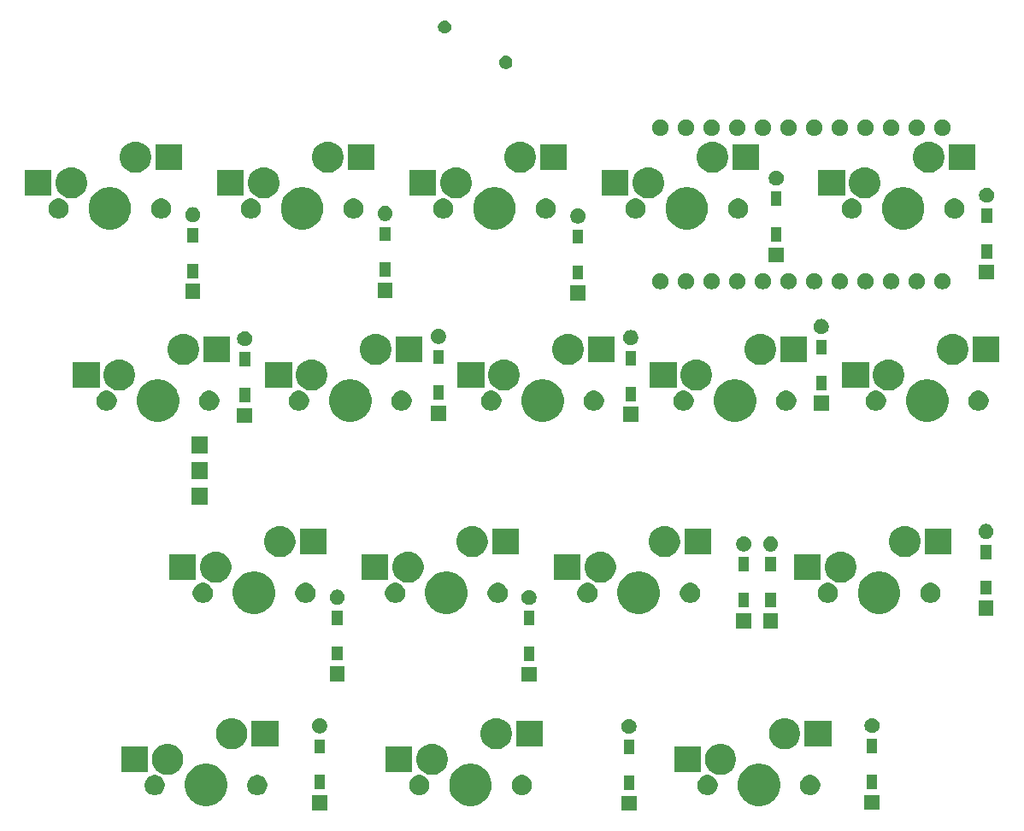
<source format=gbr>
G04 #@! TF.GenerationSoftware,KiCad,Pcbnew,(5.1.6-0-10_14)*
G04 #@! TF.CreationDate,2022-05-18T19:33:53+09:00*
G04 #@! TF.ProjectId,cool936,636f6f6c-3933-4362-9e6b-696361645f70,rev?*
G04 #@! TF.SameCoordinates,Original*
G04 #@! TF.FileFunction,Soldermask,Bot*
G04 #@! TF.FilePolarity,Negative*
%FSLAX46Y46*%
G04 Gerber Fmt 4.6, Leading zero omitted, Abs format (unit mm)*
G04 Created by KiCad (PCBNEW (5.1.6-0-10_14)) date 2022-05-18 19:33:53*
%MOMM*%
%LPD*%
G01*
G04 APERTURE LIST*
%ADD10C,0.100000*%
G04 APERTURE END LIST*
D10*
G36*
X233139500Y-59699500D02*
G01*
X231640500Y-59699500D01*
X231640500Y-58200500D01*
X233139500Y-58200500D01*
X233139500Y-59699500D01*
G37*
G36*
X202509500Y-59649500D02*
G01*
X201010500Y-59649500D01*
X201010500Y-58150500D01*
X202509500Y-58150500D01*
X202509500Y-59649500D01*
G37*
G36*
X257229500Y-59634500D02*
G01*
X255730500Y-59634500D01*
X255730500Y-58135500D01*
X257229500Y-58135500D01*
X257229500Y-59634500D01*
G37*
G36*
X245746036Y-55102827D02*
G01*
X245881339Y-55129740D01*
X246263697Y-55288118D01*
X246607810Y-55518047D01*
X246900453Y-55810690D01*
X247130382Y-56154803D01*
X247278297Y-56511900D01*
X247288760Y-56537162D01*
X247369500Y-56943068D01*
X247369500Y-57356932D01*
X247330897Y-57551000D01*
X247288760Y-57762839D01*
X247130382Y-58145197D01*
X246900453Y-58489310D01*
X246607810Y-58781953D01*
X246263697Y-59011882D01*
X245881339Y-59170260D01*
X245746036Y-59197173D01*
X245475432Y-59251000D01*
X245061568Y-59251000D01*
X244790964Y-59197173D01*
X244655661Y-59170260D01*
X244273303Y-59011882D01*
X243929190Y-58781953D01*
X243636547Y-58489310D01*
X243406618Y-58145197D01*
X243248240Y-57762839D01*
X243206103Y-57551000D01*
X243167500Y-57356932D01*
X243167500Y-56943068D01*
X243248240Y-56537162D01*
X243258704Y-56511900D01*
X243406618Y-56154803D01*
X243636547Y-55810690D01*
X243929190Y-55518047D01*
X244273303Y-55288118D01*
X244655661Y-55129740D01*
X244790964Y-55102827D01*
X245061568Y-55049000D01*
X245475432Y-55049000D01*
X245746036Y-55102827D01*
G37*
G36*
X190977536Y-55102827D02*
G01*
X191112839Y-55129740D01*
X191495197Y-55288118D01*
X191839310Y-55518047D01*
X192131953Y-55810690D01*
X192361882Y-56154803D01*
X192509797Y-56511900D01*
X192520260Y-56537162D01*
X192601000Y-56943068D01*
X192601000Y-57356932D01*
X192562397Y-57551000D01*
X192520260Y-57762839D01*
X192361882Y-58145197D01*
X192131953Y-58489310D01*
X191839310Y-58781953D01*
X191495197Y-59011882D01*
X191112839Y-59170260D01*
X190977536Y-59197173D01*
X190706932Y-59251000D01*
X190293068Y-59251000D01*
X190022464Y-59197173D01*
X189887161Y-59170260D01*
X189504803Y-59011882D01*
X189160690Y-58781953D01*
X188868047Y-58489310D01*
X188638118Y-58145197D01*
X188479740Y-57762839D01*
X188437603Y-57551000D01*
X188399000Y-57356932D01*
X188399000Y-56943068D01*
X188479740Y-56537162D01*
X188490204Y-56511900D01*
X188638118Y-56154803D01*
X188868047Y-55810690D01*
X189160690Y-55518047D01*
X189504803Y-55288118D01*
X189887161Y-55129740D01*
X190022464Y-55102827D01*
X190293068Y-55049000D01*
X190706932Y-55049000D01*
X190977536Y-55102827D01*
G37*
G36*
X217171536Y-55102827D02*
G01*
X217306839Y-55129740D01*
X217689197Y-55288118D01*
X218033310Y-55518047D01*
X218325953Y-55810690D01*
X218555882Y-56154803D01*
X218703797Y-56511900D01*
X218714260Y-56537162D01*
X218795000Y-56943068D01*
X218795000Y-57356932D01*
X218756397Y-57551000D01*
X218714260Y-57762839D01*
X218555882Y-58145197D01*
X218325953Y-58489310D01*
X218033310Y-58781953D01*
X217689197Y-59011882D01*
X217306839Y-59170260D01*
X217171536Y-59197173D01*
X216900932Y-59251000D01*
X216487068Y-59251000D01*
X216216464Y-59197173D01*
X216081161Y-59170260D01*
X215698803Y-59011882D01*
X215354690Y-58781953D01*
X215062047Y-58489310D01*
X214832118Y-58145197D01*
X214673740Y-57762839D01*
X214631603Y-57551000D01*
X214593000Y-57356932D01*
X214593000Y-56943068D01*
X214673740Y-56537162D01*
X214684204Y-56511900D01*
X214832118Y-56154803D01*
X215062047Y-55810690D01*
X215354690Y-55518047D01*
X215698803Y-55288118D01*
X216081161Y-55129740D01*
X216216464Y-55102827D01*
X216487068Y-55049000D01*
X216900932Y-55049000D01*
X217171536Y-55102827D01*
G37*
G36*
X240316264Y-56154803D02*
G01*
X240480481Y-56187468D01*
X240662651Y-56262926D01*
X240826600Y-56372473D01*
X240966027Y-56511900D01*
X241075574Y-56675849D01*
X241151032Y-56858019D01*
X241189500Y-57051410D01*
X241189500Y-57248590D01*
X241151032Y-57441981D01*
X241075574Y-57624151D01*
X240966027Y-57788100D01*
X240826600Y-57927527D01*
X240662651Y-58037074D01*
X240480481Y-58112532D01*
X240383785Y-58131766D01*
X240287091Y-58151000D01*
X240089909Y-58151000D01*
X239993215Y-58131766D01*
X239896519Y-58112532D01*
X239714349Y-58037074D01*
X239550400Y-57927527D01*
X239410973Y-57788100D01*
X239301426Y-57624151D01*
X239225968Y-57441981D01*
X239187500Y-57248590D01*
X239187500Y-57051410D01*
X239225968Y-56858019D01*
X239301426Y-56675849D01*
X239410973Y-56511900D01*
X239550400Y-56372473D01*
X239714349Y-56262926D01*
X239896519Y-56187468D01*
X240060736Y-56154803D01*
X240089909Y-56149000D01*
X240287091Y-56149000D01*
X240316264Y-56154803D01*
G37*
G36*
X221901764Y-56154803D02*
G01*
X222065981Y-56187468D01*
X222248151Y-56262926D01*
X222412100Y-56372473D01*
X222551527Y-56511900D01*
X222661074Y-56675849D01*
X222736532Y-56858019D01*
X222775000Y-57051410D01*
X222775000Y-57248590D01*
X222736532Y-57441981D01*
X222661074Y-57624151D01*
X222551527Y-57788100D01*
X222412100Y-57927527D01*
X222248151Y-58037074D01*
X222065981Y-58112532D01*
X221969285Y-58131766D01*
X221872591Y-58151000D01*
X221675409Y-58151000D01*
X221578715Y-58131766D01*
X221482019Y-58112532D01*
X221299849Y-58037074D01*
X221135900Y-57927527D01*
X220996473Y-57788100D01*
X220886926Y-57624151D01*
X220811468Y-57441981D01*
X220773000Y-57248590D01*
X220773000Y-57051410D01*
X220811468Y-56858019D01*
X220886926Y-56675849D01*
X220996473Y-56511900D01*
X221135900Y-56372473D01*
X221299849Y-56262926D01*
X221482019Y-56187468D01*
X221646236Y-56154803D01*
X221675409Y-56149000D01*
X221872591Y-56149000D01*
X221901764Y-56154803D01*
G37*
G36*
X211741764Y-56154803D02*
G01*
X211905981Y-56187468D01*
X212088151Y-56262926D01*
X212252100Y-56372473D01*
X212391527Y-56511900D01*
X212501074Y-56675849D01*
X212576532Y-56858019D01*
X212615000Y-57051410D01*
X212615000Y-57248590D01*
X212576532Y-57441981D01*
X212501074Y-57624151D01*
X212391527Y-57788100D01*
X212252100Y-57927527D01*
X212088151Y-58037074D01*
X211905981Y-58112532D01*
X211809285Y-58131766D01*
X211712591Y-58151000D01*
X211515409Y-58151000D01*
X211418715Y-58131766D01*
X211322019Y-58112532D01*
X211139849Y-58037074D01*
X210975900Y-57927527D01*
X210836473Y-57788100D01*
X210726926Y-57624151D01*
X210651468Y-57441981D01*
X210613000Y-57248590D01*
X210613000Y-57051410D01*
X210651468Y-56858019D01*
X210726926Y-56675849D01*
X210836473Y-56511900D01*
X210975900Y-56372473D01*
X211139849Y-56262926D01*
X211322019Y-56187468D01*
X211486236Y-56154803D01*
X211515409Y-56149000D01*
X211712591Y-56149000D01*
X211741764Y-56154803D01*
G37*
G36*
X195707764Y-56154803D02*
G01*
X195871981Y-56187468D01*
X196054151Y-56262926D01*
X196218100Y-56372473D01*
X196357527Y-56511900D01*
X196467074Y-56675849D01*
X196542532Y-56858019D01*
X196581000Y-57051410D01*
X196581000Y-57248590D01*
X196542532Y-57441981D01*
X196467074Y-57624151D01*
X196357527Y-57788100D01*
X196218100Y-57927527D01*
X196054151Y-58037074D01*
X195871981Y-58112532D01*
X195775285Y-58131766D01*
X195678591Y-58151000D01*
X195481409Y-58151000D01*
X195384715Y-58131766D01*
X195288019Y-58112532D01*
X195105849Y-58037074D01*
X194941900Y-57927527D01*
X194802473Y-57788100D01*
X194692926Y-57624151D01*
X194617468Y-57441981D01*
X194579000Y-57248590D01*
X194579000Y-57051410D01*
X194617468Y-56858019D01*
X194692926Y-56675849D01*
X194802473Y-56511900D01*
X194941900Y-56372473D01*
X195105849Y-56262926D01*
X195288019Y-56187468D01*
X195452236Y-56154803D01*
X195481409Y-56149000D01*
X195678591Y-56149000D01*
X195707764Y-56154803D01*
G37*
G36*
X185547764Y-56154803D02*
G01*
X185711981Y-56187468D01*
X185894151Y-56262926D01*
X186058100Y-56372473D01*
X186197527Y-56511900D01*
X186307074Y-56675849D01*
X186382532Y-56858019D01*
X186421000Y-57051410D01*
X186421000Y-57248590D01*
X186382532Y-57441981D01*
X186307074Y-57624151D01*
X186197527Y-57788100D01*
X186058100Y-57927527D01*
X185894151Y-58037074D01*
X185711981Y-58112532D01*
X185615285Y-58131766D01*
X185518591Y-58151000D01*
X185321409Y-58151000D01*
X185224715Y-58131766D01*
X185128019Y-58112532D01*
X184945849Y-58037074D01*
X184781900Y-57927527D01*
X184642473Y-57788100D01*
X184532926Y-57624151D01*
X184457468Y-57441981D01*
X184419000Y-57248590D01*
X184419000Y-57051410D01*
X184457468Y-56858019D01*
X184532926Y-56675849D01*
X184642473Y-56511900D01*
X184781900Y-56372473D01*
X184945849Y-56262926D01*
X185128019Y-56187468D01*
X185292236Y-56154803D01*
X185321409Y-56149000D01*
X185518591Y-56149000D01*
X185547764Y-56154803D01*
G37*
G36*
X250476264Y-56154803D02*
G01*
X250640481Y-56187468D01*
X250822651Y-56262926D01*
X250986600Y-56372473D01*
X251126027Y-56511900D01*
X251235574Y-56675849D01*
X251311032Y-56858019D01*
X251349500Y-57051410D01*
X251349500Y-57248590D01*
X251311032Y-57441981D01*
X251235574Y-57624151D01*
X251126027Y-57788100D01*
X250986600Y-57927527D01*
X250822651Y-58037074D01*
X250640481Y-58112532D01*
X250543785Y-58131766D01*
X250447091Y-58151000D01*
X250249909Y-58151000D01*
X250153215Y-58131766D01*
X250056519Y-58112532D01*
X249874349Y-58037074D01*
X249710400Y-57927527D01*
X249570973Y-57788100D01*
X249461426Y-57624151D01*
X249385968Y-57441981D01*
X249347500Y-57248590D01*
X249347500Y-57051410D01*
X249385968Y-56858019D01*
X249461426Y-56675849D01*
X249570973Y-56511900D01*
X249710400Y-56372473D01*
X249874349Y-56262926D01*
X250056519Y-56187468D01*
X250220736Y-56154803D01*
X250249909Y-56149000D01*
X250447091Y-56149000D01*
X250476264Y-56154803D01*
G37*
G36*
X232916000Y-57616000D02*
G01*
X231864000Y-57616000D01*
X231864000Y-56214000D01*
X232916000Y-56214000D01*
X232916000Y-57616000D01*
G37*
G36*
X202286000Y-57566000D02*
G01*
X201234000Y-57566000D01*
X201234000Y-56164000D01*
X202286000Y-56164000D01*
X202286000Y-57566000D01*
G37*
G36*
X257006000Y-57551000D02*
G01*
X255954000Y-57551000D01*
X255954000Y-56149000D01*
X257006000Y-56149000D01*
X257006000Y-57551000D01*
G37*
G36*
X241761085Y-53088802D02*
G01*
X241910910Y-53118604D01*
X242193174Y-53235521D01*
X242447205Y-53405259D01*
X242663241Y-53621295D01*
X242832979Y-53875326D01*
X242949896Y-54157590D01*
X243009500Y-54457240D01*
X243009500Y-54762760D01*
X242949896Y-55062410D01*
X242832979Y-55344674D01*
X242663241Y-55598705D01*
X242447205Y-55814741D01*
X242193174Y-55984479D01*
X241910910Y-56101396D01*
X241761085Y-56131198D01*
X241611261Y-56161000D01*
X241305739Y-56161000D01*
X241155915Y-56131198D01*
X241006090Y-56101396D01*
X240723826Y-55984479D01*
X240469795Y-55814741D01*
X240253759Y-55598705D01*
X240084021Y-55344674D01*
X239967104Y-55062410D01*
X239907500Y-54762760D01*
X239907500Y-54457240D01*
X239967104Y-54157590D01*
X240084021Y-53875326D01*
X240253759Y-53621295D01*
X240469795Y-53405259D01*
X240723826Y-53235521D01*
X241006090Y-53118604D01*
X241155915Y-53088802D01*
X241305739Y-53059000D01*
X241611261Y-53059000D01*
X241761085Y-53088802D01*
G37*
G36*
X213186585Y-53088802D02*
G01*
X213336410Y-53118604D01*
X213618674Y-53235521D01*
X213872705Y-53405259D01*
X214088741Y-53621295D01*
X214258479Y-53875326D01*
X214375396Y-54157590D01*
X214435000Y-54457240D01*
X214435000Y-54762760D01*
X214375396Y-55062410D01*
X214258479Y-55344674D01*
X214088741Y-55598705D01*
X213872705Y-55814741D01*
X213618674Y-55984479D01*
X213336410Y-56101396D01*
X213186585Y-56131198D01*
X213036761Y-56161000D01*
X212731239Y-56161000D01*
X212581415Y-56131198D01*
X212431590Y-56101396D01*
X212149326Y-55984479D01*
X211895295Y-55814741D01*
X211679259Y-55598705D01*
X211509521Y-55344674D01*
X211392604Y-55062410D01*
X211333000Y-54762760D01*
X211333000Y-54457240D01*
X211392604Y-54157590D01*
X211509521Y-53875326D01*
X211679259Y-53621295D01*
X211895295Y-53405259D01*
X212149326Y-53235521D01*
X212431590Y-53118604D01*
X212581415Y-53088802D01*
X212731239Y-53059000D01*
X213036761Y-53059000D01*
X213186585Y-53088802D01*
G37*
G36*
X186992585Y-53088802D02*
G01*
X187142410Y-53118604D01*
X187424674Y-53235521D01*
X187678705Y-53405259D01*
X187894741Y-53621295D01*
X188064479Y-53875326D01*
X188181396Y-54157590D01*
X188241000Y-54457240D01*
X188241000Y-54762760D01*
X188181396Y-55062410D01*
X188064479Y-55344674D01*
X187894741Y-55598705D01*
X187678705Y-55814741D01*
X187424674Y-55984479D01*
X187142410Y-56101396D01*
X186992585Y-56131198D01*
X186842761Y-56161000D01*
X186537239Y-56161000D01*
X186387415Y-56131198D01*
X186237590Y-56101396D01*
X185955326Y-55984479D01*
X185701295Y-55814741D01*
X185485259Y-55598705D01*
X185315521Y-55344674D01*
X185198604Y-55062410D01*
X185139000Y-54762760D01*
X185139000Y-54457240D01*
X185198604Y-54157590D01*
X185315521Y-53875326D01*
X185485259Y-53621295D01*
X185701295Y-53405259D01*
X185955326Y-53235521D01*
X186237590Y-53118604D01*
X186387415Y-53088802D01*
X186537239Y-53059000D01*
X186842761Y-53059000D01*
X186992585Y-53088802D01*
G37*
G36*
X239509500Y-55911000D02*
G01*
X236857500Y-55911000D01*
X236857500Y-53309000D01*
X239509500Y-53309000D01*
X239509500Y-55911000D01*
G37*
G36*
X210935000Y-55911000D02*
G01*
X208283000Y-55911000D01*
X208283000Y-53309000D01*
X210935000Y-53309000D01*
X210935000Y-55911000D01*
G37*
G36*
X184741000Y-55911000D02*
G01*
X182089000Y-55911000D01*
X182089000Y-53309000D01*
X184741000Y-53309000D01*
X184741000Y-55911000D01*
G37*
G36*
X232916000Y-54066000D02*
G01*
X231864000Y-54066000D01*
X231864000Y-52664000D01*
X232916000Y-52664000D01*
X232916000Y-54066000D01*
G37*
G36*
X202286000Y-54016000D02*
G01*
X201234000Y-54016000D01*
X201234000Y-52614000D01*
X202286000Y-52614000D01*
X202286000Y-54016000D01*
G37*
G36*
X257006000Y-54001000D02*
G01*
X255954000Y-54001000D01*
X255954000Y-52599000D01*
X257006000Y-52599000D01*
X257006000Y-54001000D01*
G37*
G36*
X248088462Y-50544302D02*
G01*
X248260910Y-50578604D01*
X248543174Y-50695521D01*
X248797205Y-50865259D01*
X249013241Y-51081295D01*
X249182979Y-51335326D01*
X249299896Y-51617590D01*
X249359500Y-51917240D01*
X249359500Y-52222760D01*
X249299896Y-52522410D01*
X249182979Y-52804674D01*
X249013241Y-53058705D01*
X248797205Y-53274741D01*
X248543174Y-53444479D01*
X248260910Y-53561396D01*
X248111085Y-53591198D01*
X247961261Y-53621000D01*
X247655739Y-53621000D01*
X247505915Y-53591198D01*
X247356090Y-53561396D01*
X247073826Y-53444479D01*
X246819795Y-53274741D01*
X246603759Y-53058705D01*
X246434021Y-52804674D01*
X246317104Y-52522410D01*
X246257500Y-52222760D01*
X246257500Y-51917240D01*
X246317104Y-51617590D01*
X246434021Y-51335326D01*
X246603759Y-51081295D01*
X246819795Y-50865259D01*
X247073826Y-50695521D01*
X247356090Y-50578604D01*
X247528538Y-50544302D01*
X247655739Y-50519000D01*
X247961261Y-50519000D01*
X248088462Y-50544302D01*
G37*
G36*
X219513962Y-50544302D02*
G01*
X219686410Y-50578604D01*
X219968674Y-50695521D01*
X220222705Y-50865259D01*
X220438741Y-51081295D01*
X220608479Y-51335326D01*
X220725396Y-51617590D01*
X220785000Y-51917240D01*
X220785000Y-52222760D01*
X220725396Y-52522410D01*
X220608479Y-52804674D01*
X220438741Y-53058705D01*
X220222705Y-53274741D01*
X219968674Y-53444479D01*
X219686410Y-53561396D01*
X219536585Y-53591198D01*
X219386761Y-53621000D01*
X219081239Y-53621000D01*
X218931415Y-53591198D01*
X218781590Y-53561396D01*
X218499326Y-53444479D01*
X218245295Y-53274741D01*
X218029259Y-53058705D01*
X217859521Y-52804674D01*
X217742604Y-52522410D01*
X217683000Y-52222760D01*
X217683000Y-51917240D01*
X217742604Y-51617590D01*
X217859521Y-51335326D01*
X218029259Y-51081295D01*
X218245295Y-50865259D01*
X218499326Y-50695521D01*
X218781590Y-50578604D01*
X218954038Y-50544302D01*
X219081239Y-50519000D01*
X219386761Y-50519000D01*
X219513962Y-50544302D01*
G37*
G36*
X193319962Y-50544302D02*
G01*
X193492410Y-50578604D01*
X193774674Y-50695521D01*
X194028705Y-50865259D01*
X194244741Y-51081295D01*
X194414479Y-51335326D01*
X194531396Y-51617590D01*
X194591000Y-51917240D01*
X194591000Y-52222760D01*
X194531396Y-52522410D01*
X194414479Y-52804674D01*
X194244741Y-53058705D01*
X194028705Y-53274741D01*
X193774674Y-53444479D01*
X193492410Y-53561396D01*
X193342585Y-53591198D01*
X193192761Y-53621000D01*
X192887239Y-53621000D01*
X192737415Y-53591198D01*
X192587590Y-53561396D01*
X192305326Y-53444479D01*
X192051295Y-53274741D01*
X191835259Y-53058705D01*
X191665521Y-52804674D01*
X191548604Y-52522410D01*
X191489000Y-52222760D01*
X191489000Y-51917240D01*
X191548604Y-51617590D01*
X191665521Y-51335326D01*
X191835259Y-51081295D01*
X192051295Y-50865259D01*
X192305326Y-50695521D01*
X192587590Y-50578604D01*
X192760038Y-50544302D01*
X192887239Y-50519000D01*
X193192761Y-50519000D01*
X193319962Y-50544302D01*
G37*
G36*
X197668000Y-53371000D02*
G01*
X195016000Y-53371000D01*
X195016000Y-50769000D01*
X197668000Y-50769000D01*
X197668000Y-53371000D01*
G37*
G36*
X252436500Y-53371000D02*
G01*
X249784500Y-53371000D01*
X249784500Y-50769000D01*
X252436500Y-50769000D01*
X252436500Y-53371000D01*
G37*
G36*
X223862000Y-53371000D02*
G01*
X221210000Y-53371000D01*
X221210000Y-50769000D01*
X223862000Y-50769000D01*
X223862000Y-53371000D01*
G37*
G36*
X232484425Y-50584599D02*
G01*
X232608621Y-50609302D01*
X232745022Y-50665801D01*
X232867779Y-50747825D01*
X232972175Y-50852221D01*
X233054199Y-50974978D01*
X233110698Y-51111379D01*
X233139500Y-51256181D01*
X233139500Y-51403819D01*
X233110698Y-51548621D01*
X233054199Y-51685022D01*
X232972175Y-51807779D01*
X232867779Y-51912175D01*
X232745022Y-51994199D01*
X232608621Y-52050698D01*
X232484425Y-52075401D01*
X232463820Y-52079500D01*
X232316180Y-52079500D01*
X232295575Y-52075401D01*
X232171379Y-52050698D01*
X232034978Y-51994199D01*
X231912221Y-51912175D01*
X231807825Y-51807779D01*
X231725801Y-51685022D01*
X231669302Y-51548621D01*
X231640500Y-51403819D01*
X231640500Y-51256181D01*
X231669302Y-51111379D01*
X231725801Y-50974978D01*
X231807825Y-50852221D01*
X231912221Y-50747825D01*
X232034978Y-50665801D01*
X232171379Y-50609302D01*
X232295575Y-50584599D01*
X232316180Y-50580500D01*
X232463820Y-50580500D01*
X232484425Y-50584599D01*
G37*
G36*
X201854425Y-50534599D02*
G01*
X201978621Y-50559302D01*
X202115022Y-50615801D01*
X202237779Y-50697825D01*
X202342175Y-50802221D01*
X202424199Y-50924978D01*
X202480698Y-51061379D01*
X202509500Y-51206181D01*
X202509500Y-51353819D01*
X202480698Y-51498621D01*
X202424199Y-51635022D01*
X202342175Y-51757779D01*
X202237779Y-51862175D01*
X202115022Y-51944199D01*
X201978621Y-52000698D01*
X201854425Y-52025401D01*
X201833820Y-52029500D01*
X201686180Y-52029500D01*
X201665575Y-52025401D01*
X201541379Y-52000698D01*
X201404978Y-51944199D01*
X201282221Y-51862175D01*
X201177825Y-51757779D01*
X201095801Y-51635022D01*
X201039302Y-51498621D01*
X201010500Y-51353819D01*
X201010500Y-51206181D01*
X201039302Y-51061379D01*
X201095801Y-50924978D01*
X201177825Y-50802221D01*
X201282221Y-50697825D01*
X201404978Y-50615801D01*
X201541379Y-50559302D01*
X201665575Y-50534599D01*
X201686180Y-50530500D01*
X201833820Y-50530500D01*
X201854425Y-50534599D01*
G37*
G36*
X256571415Y-50519000D02*
G01*
X256698621Y-50544302D01*
X256835022Y-50600801D01*
X256957779Y-50682825D01*
X257062175Y-50787221D01*
X257144199Y-50909978D01*
X257200698Y-51046379D01*
X257229500Y-51191181D01*
X257229500Y-51338819D01*
X257200698Y-51483621D01*
X257144199Y-51620022D01*
X257062175Y-51742779D01*
X256957779Y-51847175D01*
X256835022Y-51929199D01*
X256698621Y-51985698D01*
X256574425Y-52010401D01*
X256553820Y-52014500D01*
X256406180Y-52014500D01*
X256385575Y-52010401D01*
X256261379Y-51985698D01*
X256124978Y-51929199D01*
X256002221Y-51847175D01*
X255897825Y-51742779D01*
X255815801Y-51620022D01*
X255759302Y-51483621D01*
X255730500Y-51338819D01*
X255730500Y-51191181D01*
X255759302Y-51046379D01*
X255815801Y-50909978D01*
X255897825Y-50787221D01*
X256002221Y-50682825D01*
X256124978Y-50600801D01*
X256261379Y-50544302D01*
X256388585Y-50519000D01*
X256406180Y-50515500D01*
X256553820Y-50515500D01*
X256571415Y-50519000D01*
G37*
G36*
X223249500Y-46929500D02*
G01*
X221750500Y-46929500D01*
X221750500Y-45430500D01*
X223249500Y-45430500D01*
X223249500Y-46929500D01*
G37*
G36*
X204249500Y-46899500D02*
G01*
X202750500Y-46899500D01*
X202750500Y-45400500D01*
X204249500Y-45400500D01*
X204249500Y-46899500D01*
G37*
G36*
X223026000Y-44846000D02*
G01*
X221974000Y-44846000D01*
X221974000Y-43444000D01*
X223026000Y-43444000D01*
X223026000Y-44846000D01*
G37*
G36*
X204026000Y-44816000D02*
G01*
X202974000Y-44816000D01*
X202974000Y-43414000D01*
X204026000Y-43414000D01*
X204026000Y-44816000D01*
G37*
G36*
X247179500Y-41609500D02*
G01*
X245680500Y-41609500D01*
X245680500Y-40110500D01*
X247179500Y-40110500D01*
X247179500Y-41609500D01*
G37*
G36*
X244529500Y-41609500D02*
G01*
X243030500Y-41609500D01*
X243030500Y-40110500D01*
X244529500Y-40110500D01*
X244529500Y-41609500D01*
G37*
G36*
X223026000Y-41296000D02*
G01*
X221974000Y-41296000D01*
X221974000Y-39894000D01*
X223026000Y-39894000D01*
X223026000Y-41296000D01*
G37*
G36*
X204026000Y-41266000D02*
G01*
X202974000Y-41266000D01*
X202974000Y-39864000D01*
X204026000Y-39864000D01*
X204026000Y-41266000D01*
G37*
G36*
X268499500Y-40379500D02*
G01*
X267000500Y-40379500D01*
X267000500Y-38880500D01*
X268499500Y-38880500D01*
X268499500Y-40379500D01*
G37*
G36*
X214790036Y-36052827D02*
G01*
X214925339Y-36079740D01*
X215307697Y-36238118D01*
X215651810Y-36468047D01*
X215944453Y-36760690D01*
X216174382Y-37104803D01*
X216322297Y-37461900D01*
X216332760Y-37487162D01*
X216413500Y-37893068D01*
X216413500Y-38306932D01*
X216383812Y-38456181D01*
X216332760Y-38712839D01*
X216174382Y-39095197D01*
X215944453Y-39439310D01*
X215651810Y-39731953D01*
X215307697Y-39961882D01*
X214925339Y-40120260D01*
X214790036Y-40147173D01*
X214519432Y-40201000D01*
X214105568Y-40201000D01*
X213834964Y-40147173D01*
X213699661Y-40120260D01*
X213317303Y-39961882D01*
X212973190Y-39731953D01*
X212680547Y-39439310D01*
X212450618Y-39095197D01*
X212292240Y-38712839D01*
X212241188Y-38456181D01*
X212211500Y-38306932D01*
X212211500Y-37893068D01*
X212292240Y-37487162D01*
X212302704Y-37461900D01*
X212450618Y-37104803D01*
X212680547Y-36760690D01*
X212973190Y-36468047D01*
X213317303Y-36238118D01*
X213699661Y-36079740D01*
X213834964Y-36052827D01*
X214105568Y-35999000D01*
X214519432Y-35999000D01*
X214790036Y-36052827D01*
G37*
G36*
X257653036Y-36052827D02*
G01*
X257788339Y-36079740D01*
X258170697Y-36238118D01*
X258514810Y-36468047D01*
X258807453Y-36760690D01*
X259037382Y-37104803D01*
X259185297Y-37461900D01*
X259195760Y-37487162D01*
X259276500Y-37893068D01*
X259276500Y-38306932D01*
X259246812Y-38456181D01*
X259195760Y-38712839D01*
X259037382Y-39095197D01*
X258807453Y-39439310D01*
X258514810Y-39731953D01*
X258170697Y-39961882D01*
X257788339Y-40120260D01*
X257653036Y-40147173D01*
X257382432Y-40201000D01*
X256968568Y-40201000D01*
X256697964Y-40147173D01*
X256562661Y-40120260D01*
X256180303Y-39961882D01*
X255836190Y-39731953D01*
X255543547Y-39439310D01*
X255313618Y-39095197D01*
X255155240Y-38712839D01*
X255104188Y-38456181D01*
X255074500Y-38306932D01*
X255074500Y-37893068D01*
X255155240Y-37487162D01*
X255165704Y-37461900D01*
X255313618Y-37104803D01*
X255543547Y-36760690D01*
X255836190Y-36468047D01*
X256180303Y-36238118D01*
X256562661Y-36079740D01*
X256697964Y-36052827D01*
X256968568Y-35999000D01*
X257382432Y-35999000D01*
X257653036Y-36052827D01*
G37*
G36*
X233840036Y-36052827D02*
G01*
X233975339Y-36079740D01*
X234357697Y-36238118D01*
X234701810Y-36468047D01*
X234994453Y-36760690D01*
X235224382Y-37104803D01*
X235372297Y-37461900D01*
X235382760Y-37487162D01*
X235463500Y-37893068D01*
X235463500Y-38306932D01*
X235433812Y-38456181D01*
X235382760Y-38712839D01*
X235224382Y-39095197D01*
X234994453Y-39439310D01*
X234701810Y-39731953D01*
X234357697Y-39961882D01*
X233975339Y-40120260D01*
X233840036Y-40147173D01*
X233569432Y-40201000D01*
X233155568Y-40201000D01*
X232884964Y-40147173D01*
X232749661Y-40120260D01*
X232367303Y-39961882D01*
X232023190Y-39731953D01*
X231730547Y-39439310D01*
X231500618Y-39095197D01*
X231342240Y-38712839D01*
X231291188Y-38456181D01*
X231261500Y-38306932D01*
X231261500Y-37893068D01*
X231342240Y-37487162D01*
X231352704Y-37461900D01*
X231500618Y-37104803D01*
X231730547Y-36760690D01*
X232023190Y-36468047D01*
X232367303Y-36238118D01*
X232749661Y-36079740D01*
X232884964Y-36052827D01*
X233155568Y-35999000D01*
X233569432Y-35999000D01*
X233840036Y-36052827D01*
G37*
G36*
X195740036Y-36052827D02*
G01*
X195875339Y-36079740D01*
X196257697Y-36238118D01*
X196601810Y-36468047D01*
X196894453Y-36760690D01*
X197124382Y-37104803D01*
X197272297Y-37461900D01*
X197282760Y-37487162D01*
X197363500Y-37893068D01*
X197363500Y-38306932D01*
X197333812Y-38456181D01*
X197282760Y-38712839D01*
X197124382Y-39095197D01*
X196894453Y-39439310D01*
X196601810Y-39731953D01*
X196257697Y-39961882D01*
X195875339Y-40120260D01*
X195740036Y-40147173D01*
X195469432Y-40201000D01*
X195055568Y-40201000D01*
X194784964Y-40147173D01*
X194649661Y-40120260D01*
X194267303Y-39961882D01*
X193923190Y-39731953D01*
X193630547Y-39439310D01*
X193400618Y-39095197D01*
X193242240Y-38712839D01*
X193191188Y-38456181D01*
X193161500Y-38306932D01*
X193161500Y-37893068D01*
X193242240Y-37487162D01*
X193252704Y-37461900D01*
X193400618Y-37104803D01*
X193630547Y-36760690D01*
X193923190Y-36468047D01*
X194267303Y-36238118D01*
X194649661Y-36079740D01*
X194784964Y-36052827D01*
X195055568Y-35999000D01*
X195469432Y-35999000D01*
X195740036Y-36052827D01*
G37*
G36*
X246956000Y-39526000D02*
G01*
X245904000Y-39526000D01*
X245904000Y-38124000D01*
X246956000Y-38124000D01*
X246956000Y-39526000D01*
G37*
G36*
X244306000Y-39526000D02*
G01*
X243254000Y-39526000D01*
X243254000Y-38124000D01*
X244306000Y-38124000D01*
X244306000Y-39526000D01*
G37*
G36*
X222594425Y-37814599D02*
G01*
X222718621Y-37839302D01*
X222855022Y-37895801D01*
X222977779Y-37977825D01*
X223082175Y-38082221D01*
X223164199Y-38204978D01*
X223220698Y-38341379D01*
X223249500Y-38486181D01*
X223249500Y-38633819D01*
X223220698Y-38778621D01*
X223164199Y-38915022D01*
X223082175Y-39037779D01*
X222977779Y-39142175D01*
X222855022Y-39224199D01*
X222718621Y-39280698D01*
X222594425Y-39305401D01*
X222573820Y-39309500D01*
X222426180Y-39309500D01*
X222405575Y-39305401D01*
X222281379Y-39280698D01*
X222144978Y-39224199D01*
X222022221Y-39142175D01*
X221917825Y-39037779D01*
X221835801Y-38915022D01*
X221779302Y-38778621D01*
X221750500Y-38633819D01*
X221750500Y-38486181D01*
X221779302Y-38341379D01*
X221835801Y-38204978D01*
X221917825Y-38082221D01*
X222022221Y-37977825D01*
X222144978Y-37895801D01*
X222281379Y-37839302D01*
X222405575Y-37814599D01*
X222426180Y-37810500D01*
X222573820Y-37810500D01*
X222594425Y-37814599D01*
G37*
G36*
X203594425Y-37784599D02*
G01*
X203718621Y-37809302D01*
X203855022Y-37865801D01*
X203977779Y-37947825D01*
X204082175Y-38052221D01*
X204164199Y-38174978D01*
X204220698Y-38311379D01*
X204249500Y-38456181D01*
X204249500Y-38603819D01*
X204220698Y-38748621D01*
X204164199Y-38885022D01*
X204082175Y-39007779D01*
X203977779Y-39112175D01*
X203855022Y-39194199D01*
X203718621Y-39250698D01*
X203594425Y-39275401D01*
X203573820Y-39279500D01*
X203426180Y-39279500D01*
X203405575Y-39275401D01*
X203281379Y-39250698D01*
X203144978Y-39194199D01*
X203022221Y-39112175D01*
X202917825Y-39007779D01*
X202835801Y-38885022D01*
X202779302Y-38748621D01*
X202750500Y-38603819D01*
X202750500Y-38456181D01*
X202779302Y-38311379D01*
X202835801Y-38174978D01*
X202917825Y-38052221D01*
X203022221Y-37947825D01*
X203144978Y-37865801D01*
X203281379Y-37809302D01*
X203405575Y-37784599D01*
X203426180Y-37780500D01*
X203573820Y-37780500D01*
X203594425Y-37784599D01*
G37*
G36*
X200470264Y-37104803D02*
G01*
X200634481Y-37137468D01*
X200816651Y-37212926D01*
X200980600Y-37322473D01*
X201120027Y-37461900D01*
X201229574Y-37625849D01*
X201305032Y-37808019D01*
X201311255Y-37839303D01*
X201343500Y-38001409D01*
X201343500Y-38198591D01*
X201342229Y-38204981D01*
X201305032Y-38391981D01*
X201229574Y-38574151D01*
X201120027Y-38738100D01*
X200980600Y-38877527D01*
X200816651Y-38987074D01*
X200634481Y-39062532D01*
X200441091Y-39101000D01*
X200243909Y-39101000D01*
X200050519Y-39062532D01*
X199868349Y-38987074D01*
X199704400Y-38877527D01*
X199564973Y-38738100D01*
X199455426Y-38574151D01*
X199379968Y-38391981D01*
X199342771Y-38204981D01*
X199341500Y-38198591D01*
X199341500Y-38001409D01*
X199373745Y-37839303D01*
X199379968Y-37808019D01*
X199455426Y-37625849D01*
X199564973Y-37461900D01*
X199704400Y-37322473D01*
X199868349Y-37212926D01*
X200050519Y-37137468D01*
X200214736Y-37104803D01*
X200243909Y-37099000D01*
X200441091Y-37099000D01*
X200470264Y-37104803D01*
G37*
G36*
X228410264Y-37104803D02*
G01*
X228574481Y-37137468D01*
X228756651Y-37212926D01*
X228920600Y-37322473D01*
X229060027Y-37461900D01*
X229169574Y-37625849D01*
X229245032Y-37808019D01*
X229251255Y-37839303D01*
X229283500Y-38001409D01*
X229283500Y-38198591D01*
X229282229Y-38204981D01*
X229245032Y-38391981D01*
X229169574Y-38574151D01*
X229060027Y-38738100D01*
X228920600Y-38877527D01*
X228756651Y-38987074D01*
X228574481Y-39062532D01*
X228381091Y-39101000D01*
X228183909Y-39101000D01*
X227990519Y-39062532D01*
X227808349Y-38987074D01*
X227644400Y-38877527D01*
X227504973Y-38738100D01*
X227395426Y-38574151D01*
X227319968Y-38391981D01*
X227282771Y-38204981D01*
X227281500Y-38198591D01*
X227281500Y-38001409D01*
X227313745Y-37839303D01*
X227319968Y-37808019D01*
X227395426Y-37625849D01*
X227504973Y-37461900D01*
X227644400Y-37322473D01*
X227808349Y-37212926D01*
X227990519Y-37137468D01*
X228154736Y-37104803D01*
X228183909Y-37099000D01*
X228381091Y-37099000D01*
X228410264Y-37104803D01*
G37*
G36*
X238570264Y-37104803D02*
G01*
X238734481Y-37137468D01*
X238916651Y-37212926D01*
X239080600Y-37322473D01*
X239220027Y-37461900D01*
X239329574Y-37625849D01*
X239405032Y-37808019D01*
X239411255Y-37839303D01*
X239443500Y-38001409D01*
X239443500Y-38198591D01*
X239442229Y-38204981D01*
X239405032Y-38391981D01*
X239329574Y-38574151D01*
X239220027Y-38738100D01*
X239080600Y-38877527D01*
X238916651Y-38987074D01*
X238734481Y-39062532D01*
X238541091Y-39101000D01*
X238343909Y-39101000D01*
X238150519Y-39062532D01*
X237968349Y-38987074D01*
X237804400Y-38877527D01*
X237664973Y-38738100D01*
X237555426Y-38574151D01*
X237479968Y-38391981D01*
X237442771Y-38204981D01*
X237441500Y-38198591D01*
X237441500Y-38001409D01*
X237473745Y-37839303D01*
X237479968Y-37808019D01*
X237555426Y-37625849D01*
X237664973Y-37461900D01*
X237804400Y-37322473D01*
X237968349Y-37212926D01*
X238150519Y-37137468D01*
X238314736Y-37104803D01*
X238343909Y-37099000D01*
X238541091Y-37099000D01*
X238570264Y-37104803D01*
G37*
G36*
X209360264Y-37104803D02*
G01*
X209524481Y-37137468D01*
X209706651Y-37212926D01*
X209870600Y-37322473D01*
X210010027Y-37461900D01*
X210119574Y-37625849D01*
X210195032Y-37808019D01*
X210201255Y-37839303D01*
X210233500Y-38001409D01*
X210233500Y-38198591D01*
X210232229Y-38204981D01*
X210195032Y-38391981D01*
X210119574Y-38574151D01*
X210010027Y-38738100D01*
X209870600Y-38877527D01*
X209706651Y-38987074D01*
X209524481Y-39062532D01*
X209331091Y-39101000D01*
X209133909Y-39101000D01*
X208940519Y-39062532D01*
X208758349Y-38987074D01*
X208594400Y-38877527D01*
X208454973Y-38738100D01*
X208345426Y-38574151D01*
X208269968Y-38391981D01*
X208232771Y-38204981D01*
X208231500Y-38198591D01*
X208231500Y-38001409D01*
X208263745Y-37839303D01*
X208269968Y-37808019D01*
X208345426Y-37625849D01*
X208454973Y-37461900D01*
X208594400Y-37322473D01*
X208758349Y-37212926D01*
X208940519Y-37137468D01*
X209104736Y-37104803D01*
X209133909Y-37099000D01*
X209331091Y-37099000D01*
X209360264Y-37104803D01*
G37*
G36*
X190310264Y-37104803D02*
G01*
X190474481Y-37137468D01*
X190656651Y-37212926D01*
X190820600Y-37322473D01*
X190960027Y-37461900D01*
X191069574Y-37625849D01*
X191145032Y-37808019D01*
X191151255Y-37839303D01*
X191183500Y-38001409D01*
X191183500Y-38198591D01*
X191182229Y-38204981D01*
X191145032Y-38391981D01*
X191069574Y-38574151D01*
X190960027Y-38738100D01*
X190820600Y-38877527D01*
X190656651Y-38987074D01*
X190474481Y-39062532D01*
X190281091Y-39101000D01*
X190083909Y-39101000D01*
X189890519Y-39062532D01*
X189708349Y-38987074D01*
X189544400Y-38877527D01*
X189404973Y-38738100D01*
X189295426Y-38574151D01*
X189219968Y-38391981D01*
X189182771Y-38204981D01*
X189181500Y-38198591D01*
X189181500Y-38001409D01*
X189213745Y-37839303D01*
X189219968Y-37808019D01*
X189295426Y-37625849D01*
X189404973Y-37461900D01*
X189544400Y-37322473D01*
X189708349Y-37212926D01*
X189890519Y-37137468D01*
X190054736Y-37104803D01*
X190083909Y-37099000D01*
X190281091Y-37099000D01*
X190310264Y-37104803D01*
G37*
G36*
X252223264Y-37104803D02*
G01*
X252387481Y-37137468D01*
X252569651Y-37212926D01*
X252733600Y-37322473D01*
X252873027Y-37461900D01*
X252982574Y-37625849D01*
X253058032Y-37808019D01*
X253064255Y-37839303D01*
X253096500Y-38001409D01*
X253096500Y-38198591D01*
X253095229Y-38204981D01*
X253058032Y-38391981D01*
X252982574Y-38574151D01*
X252873027Y-38738100D01*
X252733600Y-38877527D01*
X252569651Y-38987074D01*
X252387481Y-39062532D01*
X252194091Y-39101000D01*
X251996909Y-39101000D01*
X251803519Y-39062532D01*
X251621349Y-38987074D01*
X251457400Y-38877527D01*
X251317973Y-38738100D01*
X251208426Y-38574151D01*
X251132968Y-38391981D01*
X251095771Y-38204981D01*
X251094500Y-38198591D01*
X251094500Y-38001409D01*
X251126745Y-37839303D01*
X251132968Y-37808019D01*
X251208426Y-37625849D01*
X251317973Y-37461900D01*
X251457400Y-37322473D01*
X251621349Y-37212926D01*
X251803519Y-37137468D01*
X251967736Y-37104803D01*
X251996909Y-37099000D01*
X252194091Y-37099000D01*
X252223264Y-37104803D01*
G37*
G36*
X262383264Y-37104803D02*
G01*
X262547481Y-37137468D01*
X262729651Y-37212926D01*
X262893600Y-37322473D01*
X263033027Y-37461900D01*
X263142574Y-37625849D01*
X263218032Y-37808019D01*
X263224255Y-37839303D01*
X263256500Y-38001409D01*
X263256500Y-38198591D01*
X263255229Y-38204981D01*
X263218032Y-38391981D01*
X263142574Y-38574151D01*
X263033027Y-38738100D01*
X262893600Y-38877527D01*
X262729651Y-38987074D01*
X262547481Y-39062532D01*
X262354091Y-39101000D01*
X262156909Y-39101000D01*
X261963519Y-39062532D01*
X261781349Y-38987074D01*
X261617400Y-38877527D01*
X261477973Y-38738100D01*
X261368426Y-38574151D01*
X261292968Y-38391981D01*
X261255771Y-38204981D01*
X261254500Y-38198591D01*
X261254500Y-38001409D01*
X261286745Y-37839303D01*
X261292968Y-37808019D01*
X261368426Y-37625849D01*
X261477973Y-37461900D01*
X261617400Y-37322473D01*
X261781349Y-37212926D01*
X261963519Y-37137468D01*
X262127736Y-37104803D01*
X262156909Y-37099000D01*
X262354091Y-37099000D01*
X262383264Y-37104803D01*
G37*
G36*
X219520264Y-37104803D02*
G01*
X219684481Y-37137468D01*
X219866651Y-37212926D01*
X220030600Y-37322473D01*
X220170027Y-37461900D01*
X220279574Y-37625849D01*
X220355032Y-37808019D01*
X220361255Y-37839303D01*
X220393500Y-38001409D01*
X220393500Y-38198591D01*
X220392229Y-38204981D01*
X220355032Y-38391981D01*
X220279574Y-38574151D01*
X220170027Y-38738100D01*
X220030600Y-38877527D01*
X219866651Y-38987074D01*
X219684481Y-39062532D01*
X219491091Y-39101000D01*
X219293909Y-39101000D01*
X219100519Y-39062532D01*
X218918349Y-38987074D01*
X218754400Y-38877527D01*
X218614973Y-38738100D01*
X218505426Y-38574151D01*
X218429968Y-38391981D01*
X218392771Y-38204981D01*
X218391500Y-38198591D01*
X218391500Y-38001409D01*
X218423745Y-37839303D01*
X218429968Y-37808019D01*
X218505426Y-37625849D01*
X218614973Y-37461900D01*
X218754400Y-37322473D01*
X218918349Y-37212926D01*
X219100519Y-37137468D01*
X219264736Y-37104803D01*
X219293909Y-37099000D01*
X219491091Y-37099000D01*
X219520264Y-37104803D01*
G37*
G36*
X268276000Y-38296000D02*
G01*
X267224000Y-38296000D01*
X267224000Y-36894000D01*
X268276000Y-36894000D01*
X268276000Y-38296000D01*
G37*
G36*
X229855085Y-34038802D02*
G01*
X230004910Y-34068604D01*
X230287174Y-34185521D01*
X230541205Y-34355259D01*
X230757241Y-34571295D01*
X230926979Y-34825326D01*
X231043896Y-35107590D01*
X231103500Y-35407240D01*
X231103500Y-35712760D01*
X231043896Y-36012410D01*
X230926979Y-36294674D01*
X230757241Y-36548705D01*
X230541205Y-36764741D01*
X230287174Y-36934479D01*
X230004910Y-37051396D01*
X229855085Y-37081198D01*
X229705261Y-37111000D01*
X229399739Y-37111000D01*
X229249915Y-37081198D01*
X229100090Y-37051396D01*
X228817826Y-36934479D01*
X228563795Y-36764741D01*
X228347759Y-36548705D01*
X228178021Y-36294674D01*
X228061104Y-36012410D01*
X228001500Y-35712760D01*
X228001500Y-35407240D01*
X228061104Y-35107590D01*
X228178021Y-34825326D01*
X228347759Y-34571295D01*
X228563795Y-34355259D01*
X228817826Y-34185521D01*
X229100090Y-34068604D01*
X229249915Y-34038802D01*
X229399739Y-34009000D01*
X229705261Y-34009000D01*
X229855085Y-34038802D01*
G37*
G36*
X253668085Y-34038802D02*
G01*
X253817910Y-34068604D01*
X254100174Y-34185521D01*
X254354205Y-34355259D01*
X254570241Y-34571295D01*
X254739979Y-34825326D01*
X254856896Y-35107590D01*
X254916500Y-35407240D01*
X254916500Y-35712760D01*
X254856896Y-36012410D01*
X254739979Y-36294674D01*
X254570241Y-36548705D01*
X254354205Y-36764741D01*
X254100174Y-36934479D01*
X253817910Y-37051396D01*
X253668085Y-37081198D01*
X253518261Y-37111000D01*
X253212739Y-37111000D01*
X253062915Y-37081198D01*
X252913090Y-37051396D01*
X252630826Y-36934479D01*
X252376795Y-36764741D01*
X252160759Y-36548705D01*
X251991021Y-36294674D01*
X251874104Y-36012410D01*
X251814500Y-35712760D01*
X251814500Y-35407240D01*
X251874104Y-35107590D01*
X251991021Y-34825326D01*
X252160759Y-34571295D01*
X252376795Y-34355259D01*
X252630826Y-34185521D01*
X252913090Y-34068604D01*
X253062915Y-34038802D01*
X253212739Y-34009000D01*
X253518261Y-34009000D01*
X253668085Y-34038802D01*
G37*
G36*
X210805085Y-34038802D02*
G01*
X210954910Y-34068604D01*
X211237174Y-34185521D01*
X211491205Y-34355259D01*
X211707241Y-34571295D01*
X211876979Y-34825326D01*
X211993896Y-35107590D01*
X212053500Y-35407240D01*
X212053500Y-35712760D01*
X211993896Y-36012410D01*
X211876979Y-36294674D01*
X211707241Y-36548705D01*
X211491205Y-36764741D01*
X211237174Y-36934479D01*
X210954910Y-37051396D01*
X210805085Y-37081198D01*
X210655261Y-37111000D01*
X210349739Y-37111000D01*
X210199915Y-37081198D01*
X210050090Y-37051396D01*
X209767826Y-36934479D01*
X209513795Y-36764741D01*
X209297759Y-36548705D01*
X209128021Y-36294674D01*
X209011104Y-36012410D01*
X208951500Y-35712760D01*
X208951500Y-35407240D01*
X209011104Y-35107590D01*
X209128021Y-34825326D01*
X209297759Y-34571295D01*
X209513795Y-34355259D01*
X209767826Y-34185521D01*
X210050090Y-34068604D01*
X210199915Y-34038802D01*
X210349739Y-34009000D01*
X210655261Y-34009000D01*
X210805085Y-34038802D01*
G37*
G36*
X191755085Y-34038802D02*
G01*
X191904910Y-34068604D01*
X192187174Y-34185521D01*
X192441205Y-34355259D01*
X192657241Y-34571295D01*
X192826979Y-34825326D01*
X192943896Y-35107590D01*
X193003500Y-35407240D01*
X193003500Y-35712760D01*
X192943896Y-36012410D01*
X192826979Y-36294674D01*
X192657241Y-36548705D01*
X192441205Y-36764741D01*
X192187174Y-36934479D01*
X191904910Y-37051396D01*
X191755085Y-37081198D01*
X191605261Y-37111000D01*
X191299739Y-37111000D01*
X191149915Y-37081198D01*
X191000090Y-37051396D01*
X190717826Y-36934479D01*
X190463795Y-36764741D01*
X190247759Y-36548705D01*
X190078021Y-36294674D01*
X189961104Y-36012410D01*
X189901500Y-35712760D01*
X189901500Y-35407240D01*
X189961104Y-35107590D01*
X190078021Y-34825326D01*
X190247759Y-34571295D01*
X190463795Y-34355259D01*
X190717826Y-34185521D01*
X191000090Y-34068604D01*
X191149915Y-34038802D01*
X191299739Y-34009000D01*
X191605261Y-34009000D01*
X191755085Y-34038802D01*
G37*
G36*
X208553500Y-36861000D02*
G01*
X205901500Y-36861000D01*
X205901500Y-34259000D01*
X208553500Y-34259000D01*
X208553500Y-36861000D01*
G37*
G36*
X227603500Y-36861000D02*
G01*
X224951500Y-36861000D01*
X224951500Y-34259000D01*
X227603500Y-34259000D01*
X227603500Y-36861000D01*
G37*
G36*
X251416500Y-36861000D02*
G01*
X248764500Y-36861000D01*
X248764500Y-34259000D01*
X251416500Y-34259000D01*
X251416500Y-36861000D01*
G37*
G36*
X189503500Y-36861000D02*
G01*
X186851500Y-36861000D01*
X186851500Y-34259000D01*
X189503500Y-34259000D01*
X189503500Y-36861000D01*
G37*
G36*
X246956000Y-35976000D02*
G01*
X245904000Y-35976000D01*
X245904000Y-34574000D01*
X246956000Y-34574000D01*
X246956000Y-35976000D01*
G37*
G36*
X244306000Y-35976000D02*
G01*
X243254000Y-35976000D01*
X243254000Y-34574000D01*
X244306000Y-34574000D01*
X244306000Y-35976000D01*
G37*
G36*
X268276000Y-34746000D02*
G01*
X267224000Y-34746000D01*
X267224000Y-33344000D01*
X268276000Y-33344000D01*
X268276000Y-34746000D01*
G37*
G36*
X260018085Y-31498802D02*
G01*
X260167910Y-31528604D01*
X260450174Y-31645521D01*
X260704205Y-31815259D01*
X260920241Y-32031295D01*
X261089979Y-32285326D01*
X261206896Y-32567590D01*
X261206896Y-32567591D01*
X261245611Y-32762221D01*
X261266500Y-32867240D01*
X261266500Y-33172760D01*
X261206896Y-33472410D01*
X261089979Y-33754674D01*
X260920241Y-34008705D01*
X260704205Y-34224741D01*
X260450174Y-34394479D01*
X260167910Y-34511396D01*
X260018085Y-34541198D01*
X259868261Y-34571000D01*
X259562739Y-34571000D01*
X259412915Y-34541198D01*
X259263090Y-34511396D01*
X258980826Y-34394479D01*
X258726795Y-34224741D01*
X258510759Y-34008705D01*
X258341021Y-33754674D01*
X258224104Y-33472410D01*
X258164500Y-33172760D01*
X258164500Y-32867240D01*
X258185390Y-32762221D01*
X258224104Y-32567591D01*
X258224104Y-32567590D01*
X258341021Y-32285326D01*
X258510759Y-32031295D01*
X258726795Y-31815259D01*
X258980826Y-31645521D01*
X259263090Y-31528604D01*
X259412915Y-31498802D01*
X259562739Y-31469000D01*
X259868261Y-31469000D01*
X260018085Y-31498802D01*
G37*
G36*
X217155085Y-31498802D02*
G01*
X217304910Y-31528604D01*
X217587174Y-31645521D01*
X217841205Y-31815259D01*
X218057241Y-32031295D01*
X218226979Y-32285326D01*
X218343896Y-32567590D01*
X218343896Y-32567591D01*
X218382611Y-32762221D01*
X218403500Y-32867240D01*
X218403500Y-33172760D01*
X218343896Y-33472410D01*
X218226979Y-33754674D01*
X218057241Y-34008705D01*
X217841205Y-34224741D01*
X217587174Y-34394479D01*
X217304910Y-34511396D01*
X217155085Y-34541198D01*
X217005261Y-34571000D01*
X216699739Y-34571000D01*
X216549915Y-34541198D01*
X216400090Y-34511396D01*
X216117826Y-34394479D01*
X215863795Y-34224741D01*
X215647759Y-34008705D01*
X215478021Y-33754674D01*
X215361104Y-33472410D01*
X215301500Y-33172760D01*
X215301500Y-32867240D01*
X215322390Y-32762221D01*
X215361104Y-32567591D01*
X215361104Y-32567590D01*
X215478021Y-32285326D01*
X215647759Y-32031295D01*
X215863795Y-31815259D01*
X216117826Y-31645521D01*
X216400090Y-31528604D01*
X216549915Y-31498802D01*
X216699739Y-31469000D01*
X217005261Y-31469000D01*
X217155085Y-31498802D01*
G37*
G36*
X236205085Y-31498802D02*
G01*
X236354910Y-31528604D01*
X236637174Y-31645521D01*
X236891205Y-31815259D01*
X237107241Y-32031295D01*
X237276979Y-32285326D01*
X237393896Y-32567590D01*
X237393896Y-32567591D01*
X237432611Y-32762221D01*
X237453500Y-32867240D01*
X237453500Y-33172760D01*
X237393896Y-33472410D01*
X237276979Y-33754674D01*
X237107241Y-34008705D01*
X236891205Y-34224741D01*
X236637174Y-34394479D01*
X236354910Y-34511396D01*
X236205085Y-34541198D01*
X236055261Y-34571000D01*
X235749739Y-34571000D01*
X235599915Y-34541198D01*
X235450090Y-34511396D01*
X235167826Y-34394479D01*
X234913795Y-34224741D01*
X234697759Y-34008705D01*
X234528021Y-33754674D01*
X234411104Y-33472410D01*
X234351500Y-33172760D01*
X234351500Y-32867240D01*
X234372390Y-32762221D01*
X234411104Y-32567591D01*
X234411104Y-32567590D01*
X234528021Y-32285326D01*
X234697759Y-32031295D01*
X234913795Y-31815259D01*
X235167826Y-31645521D01*
X235450090Y-31528604D01*
X235599915Y-31498802D01*
X235749739Y-31469000D01*
X236055261Y-31469000D01*
X236205085Y-31498802D01*
G37*
G36*
X198105085Y-31498802D02*
G01*
X198254910Y-31528604D01*
X198537174Y-31645521D01*
X198791205Y-31815259D01*
X199007241Y-32031295D01*
X199176979Y-32285326D01*
X199293896Y-32567590D01*
X199293896Y-32567591D01*
X199332611Y-32762221D01*
X199353500Y-32867240D01*
X199353500Y-33172760D01*
X199293896Y-33472410D01*
X199176979Y-33754674D01*
X199007241Y-34008705D01*
X198791205Y-34224741D01*
X198537174Y-34394479D01*
X198254910Y-34511396D01*
X198105085Y-34541198D01*
X197955261Y-34571000D01*
X197649739Y-34571000D01*
X197499915Y-34541198D01*
X197350090Y-34511396D01*
X197067826Y-34394479D01*
X196813795Y-34224741D01*
X196597759Y-34008705D01*
X196428021Y-33754674D01*
X196311104Y-33472410D01*
X196251500Y-33172760D01*
X196251500Y-32867240D01*
X196272390Y-32762221D01*
X196311104Y-32567591D01*
X196311104Y-32567590D01*
X196428021Y-32285326D01*
X196597759Y-32031295D01*
X196813795Y-31815259D01*
X197067826Y-31645521D01*
X197350090Y-31528604D01*
X197499915Y-31498802D01*
X197649739Y-31469000D01*
X197955261Y-31469000D01*
X198105085Y-31498802D01*
G37*
G36*
X202430500Y-34321000D02*
G01*
X199778500Y-34321000D01*
X199778500Y-31719000D01*
X202430500Y-31719000D01*
X202430500Y-34321000D01*
G37*
G36*
X221480500Y-34321000D02*
G01*
X218828500Y-34321000D01*
X218828500Y-31719000D01*
X221480500Y-31719000D01*
X221480500Y-34321000D01*
G37*
G36*
X264343500Y-34321000D02*
G01*
X261691500Y-34321000D01*
X261691500Y-31719000D01*
X264343500Y-31719000D01*
X264343500Y-34321000D01*
G37*
G36*
X240530500Y-34321000D02*
G01*
X237878500Y-34321000D01*
X237878500Y-31719000D01*
X240530500Y-31719000D01*
X240530500Y-34321000D01*
G37*
G36*
X243874425Y-32494599D02*
G01*
X243998621Y-32519302D01*
X244135022Y-32575801D01*
X244257779Y-32657825D01*
X244362175Y-32762221D01*
X244444199Y-32884978D01*
X244500698Y-33021379D01*
X244529500Y-33166181D01*
X244529500Y-33313819D01*
X244500698Y-33458621D01*
X244444199Y-33595022D01*
X244362175Y-33717779D01*
X244257779Y-33822175D01*
X244135022Y-33904199D01*
X243998621Y-33960698D01*
X243874425Y-33985401D01*
X243853820Y-33989500D01*
X243706180Y-33989500D01*
X243685575Y-33985401D01*
X243561379Y-33960698D01*
X243424978Y-33904199D01*
X243302221Y-33822175D01*
X243197825Y-33717779D01*
X243115801Y-33595022D01*
X243059302Y-33458621D01*
X243030500Y-33313819D01*
X243030500Y-33166181D01*
X243059302Y-33021379D01*
X243115801Y-32884978D01*
X243197825Y-32762221D01*
X243302221Y-32657825D01*
X243424978Y-32575801D01*
X243561379Y-32519302D01*
X243685575Y-32494599D01*
X243706180Y-32490500D01*
X243853820Y-32490500D01*
X243874425Y-32494599D01*
G37*
G36*
X246524425Y-32494599D02*
G01*
X246648621Y-32519302D01*
X246785022Y-32575801D01*
X246907779Y-32657825D01*
X247012175Y-32762221D01*
X247094199Y-32884978D01*
X247150698Y-33021379D01*
X247179500Y-33166181D01*
X247179500Y-33313819D01*
X247150698Y-33458621D01*
X247094199Y-33595022D01*
X247012175Y-33717779D01*
X246907779Y-33822175D01*
X246785022Y-33904199D01*
X246648621Y-33960698D01*
X246524425Y-33985401D01*
X246503820Y-33989500D01*
X246356180Y-33989500D01*
X246335575Y-33985401D01*
X246211379Y-33960698D01*
X246074978Y-33904199D01*
X245952221Y-33822175D01*
X245847825Y-33717779D01*
X245765801Y-33595022D01*
X245709302Y-33458621D01*
X245680500Y-33313819D01*
X245680500Y-33166181D01*
X245709302Y-33021379D01*
X245765801Y-32884978D01*
X245847825Y-32762221D01*
X245952221Y-32657825D01*
X246074978Y-32575801D01*
X246211379Y-32519302D01*
X246335575Y-32494599D01*
X246356180Y-32490500D01*
X246503820Y-32490500D01*
X246524425Y-32494599D01*
G37*
G36*
X267844425Y-31264599D02*
G01*
X267968621Y-31289302D01*
X268105022Y-31345801D01*
X268227779Y-31427825D01*
X268332175Y-31532221D01*
X268414199Y-31654978D01*
X268470698Y-31791379D01*
X268499500Y-31936181D01*
X268499500Y-32083819D01*
X268470698Y-32228621D01*
X268414199Y-32365022D01*
X268332175Y-32487779D01*
X268227779Y-32592175D01*
X268105022Y-32674199D01*
X267968621Y-32730698D01*
X267844425Y-32755401D01*
X267823820Y-32759500D01*
X267676180Y-32759500D01*
X267655575Y-32755401D01*
X267531379Y-32730698D01*
X267394978Y-32674199D01*
X267272221Y-32592175D01*
X267167825Y-32487779D01*
X267085801Y-32365022D01*
X267029302Y-32228621D01*
X267000500Y-32083819D01*
X267000500Y-31936181D01*
X267029302Y-31791379D01*
X267085801Y-31654978D01*
X267167825Y-31532221D01*
X267272221Y-31427825D01*
X267394978Y-31345801D01*
X267531379Y-31289302D01*
X267655575Y-31264599D01*
X267676180Y-31260500D01*
X267823820Y-31260500D01*
X267844425Y-31264599D01*
G37*
G36*
X190683000Y-29333000D02*
G01*
X189057000Y-29333000D01*
X189057000Y-27707000D01*
X190683000Y-27707000D01*
X190683000Y-29333000D01*
G37*
G36*
X190683000Y-26793000D02*
G01*
X189057000Y-26793000D01*
X189057000Y-25167000D01*
X190683000Y-25167000D01*
X190683000Y-26793000D01*
G37*
G36*
X190683000Y-24253000D02*
G01*
X189057000Y-24253000D01*
X189057000Y-22627000D01*
X190683000Y-22627000D01*
X190683000Y-24253000D01*
G37*
G36*
X195089500Y-21269500D02*
G01*
X193590500Y-21269500D01*
X193590500Y-19770500D01*
X195089500Y-19770500D01*
X195089500Y-21269500D01*
G37*
G36*
X233319500Y-21169500D02*
G01*
X231820500Y-21169500D01*
X231820500Y-19670500D01*
X233319500Y-19670500D01*
X233319500Y-21169500D01*
G37*
G36*
X224315036Y-17002827D02*
G01*
X224450339Y-17029740D01*
X224832697Y-17188118D01*
X225176810Y-17418047D01*
X225469453Y-17710690D01*
X225699382Y-18054803D01*
X225847297Y-18411900D01*
X225857760Y-18437162D01*
X225938500Y-18843068D01*
X225938500Y-19256932D01*
X225885347Y-19524149D01*
X225857760Y-19662839D01*
X225699382Y-20045197D01*
X225469453Y-20389310D01*
X225176810Y-20681953D01*
X224832697Y-20911882D01*
X224450339Y-21070260D01*
X224315036Y-21097173D01*
X224044432Y-21151000D01*
X223630568Y-21151000D01*
X223359964Y-21097173D01*
X223224661Y-21070260D01*
X222842303Y-20911882D01*
X222498190Y-20681953D01*
X222205547Y-20389310D01*
X221975618Y-20045197D01*
X221817240Y-19662839D01*
X221789653Y-19524149D01*
X221736500Y-19256932D01*
X221736500Y-18843068D01*
X221817240Y-18437162D01*
X221827704Y-18411900D01*
X221975618Y-18054803D01*
X222205547Y-17710690D01*
X222498190Y-17418047D01*
X222842303Y-17188118D01*
X223224661Y-17029740D01*
X223359964Y-17002827D01*
X223630568Y-16949000D01*
X224044432Y-16949000D01*
X224315036Y-17002827D01*
G37*
G36*
X262415036Y-17002827D02*
G01*
X262550339Y-17029740D01*
X262932697Y-17188118D01*
X263276810Y-17418047D01*
X263569453Y-17710690D01*
X263799382Y-18054803D01*
X263947297Y-18411900D01*
X263957760Y-18437162D01*
X264038500Y-18843068D01*
X264038500Y-19256932D01*
X263985347Y-19524149D01*
X263957760Y-19662839D01*
X263799382Y-20045197D01*
X263569453Y-20389310D01*
X263276810Y-20681953D01*
X262932697Y-20911882D01*
X262550339Y-21070260D01*
X262415036Y-21097173D01*
X262144432Y-21151000D01*
X261730568Y-21151000D01*
X261459964Y-21097173D01*
X261324661Y-21070260D01*
X260942303Y-20911882D01*
X260598190Y-20681953D01*
X260305547Y-20389310D01*
X260075618Y-20045197D01*
X259917240Y-19662839D01*
X259889653Y-19524149D01*
X259836500Y-19256932D01*
X259836500Y-18843068D01*
X259917240Y-18437162D01*
X259927704Y-18411900D01*
X260075618Y-18054803D01*
X260305547Y-17710690D01*
X260598190Y-17418047D01*
X260942303Y-17188118D01*
X261324661Y-17029740D01*
X261459964Y-17002827D01*
X261730568Y-16949000D01*
X262144432Y-16949000D01*
X262415036Y-17002827D01*
G37*
G36*
X205265036Y-17002827D02*
G01*
X205400339Y-17029740D01*
X205782697Y-17188118D01*
X206126810Y-17418047D01*
X206419453Y-17710690D01*
X206649382Y-18054803D01*
X206797297Y-18411900D01*
X206807760Y-18437162D01*
X206888500Y-18843068D01*
X206888500Y-19256932D01*
X206835347Y-19524149D01*
X206807760Y-19662839D01*
X206649382Y-20045197D01*
X206419453Y-20389310D01*
X206126810Y-20681953D01*
X205782697Y-20911882D01*
X205400339Y-21070260D01*
X205265036Y-21097173D01*
X204994432Y-21151000D01*
X204580568Y-21151000D01*
X204309964Y-21097173D01*
X204174661Y-21070260D01*
X203792303Y-20911882D01*
X203448190Y-20681953D01*
X203155547Y-20389310D01*
X202925618Y-20045197D01*
X202767240Y-19662839D01*
X202739653Y-19524149D01*
X202686500Y-19256932D01*
X202686500Y-18843068D01*
X202767240Y-18437162D01*
X202777704Y-18411900D01*
X202925618Y-18054803D01*
X203155547Y-17710690D01*
X203448190Y-17418047D01*
X203792303Y-17188118D01*
X204174661Y-17029740D01*
X204309964Y-17002827D01*
X204580568Y-16949000D01*
X204994432Y-16949000D01*
X205265036Y-17002827D01*
G37*
G36*
X243365036Y-17002827D02*
G01*
X243500339Y-17029740D01*
X243882697Y-17188118D01*
X244226810Y-17418047D01*
X244519453Y-17710690D01*
X244749382Y-18054803D01*
X244897297Y-18411900D01*
X244907760Y-18437162D01*
X244988500Y-18843068D01*
X244988500Y-19256932D01*
X244935347Y-19524149D01*
X244907760Y-19662839D01*
X244749382Y-20045197D01*
X244519453Y-20389310D01*
X244226810Y-20681953D01*
X243882697Y-20911882D01*
X243500339Y-21070260D01*
X243365036Y-21097173D01*
X243094432Y-21151000D01*
X242680568Y-21151000D01*
X242409964Y-21097173D01*
X242274661Y-21070260D01*
X241892303Y-20911882D01*
X241548190Y-20681953D01*
X241255547Y-20389310D01*
X241025618Y-20045197D01*
X240867240Y-19662839D01*
X240839653Y-19524149D01*
X240786500Y-19256932D01*
X240786500Y-18843068D01*
X240867240Y-18437162D01*
X240877704Y-18411900D01*
X241025618Y-18054803D01*
X241255547Y-17710690D01*
X241548190Y-17418047D01*
X241892303Y-17188118D01*
X242274661Y-17029740D01*
X242409964Y-17002827D01*
X242680568Y-16949000D01*
X243094432Y-16949000D01*
X243365036Y-17002827D01*
G37*
G36*
X186215036Y-17002827D02*
G01*
X186350339Y-17029740D01*
X186732697Y-17188118D01*
X187076810Y-17418047D01*
X187369453Y-17710690D01*
X187599382Y-18054803D01*
X187747297Y-18411900D01*
X187757760Y-18437162D01*
X187838500Y-18843068D01*
X187838500Y-19256932D01*
X187785347Y-19524149D01*
X187757760Y-19662839D01*
X187599382Y-20045197D01*
X187369453Y-20389310D01*
X187076810Y-20681953D01*
X186732697Y-20911882D01*
X186350339Y-21070260D01*
X186215036Y-21097173D01*
X185944432Y-21151000D01*
X185530568Y-21151000D01*
X185259964Y-21097173D01*
X185124661Y-21070260D01*
X184742303Y-20911882D01*
X184398190Y-20681953D01*
X184105547Y-20389310D01*
X183875618Y-20045197D01*
X183717240Y-19662839D01*
X183689653Y-19524149D01*
X183636500Y-19256932D01*
X183636500Y-18843068D01*
X183717240Y-18437162D01*
X183727704Y-18411900D01*
X183875618Y-18054803D01*
X184105547Y-17710690D01*
X184398190Y-17418047D01*
X184742303Y-17188118D01*
X185124661Y-17029740D01*
X185259964Y-17002827D01*
X185530568Y-16949000D01*
X185944432Y-16949000D01*
X186215036Y-17002827D01*
G37*
G36*
X214269500Y-21039500D02*
G01*
X212770500Y-21039500D01*
X212770500Y-19540500D01*
X214269500Y-19540500D01*
X214269500Y-21039500D01*
G37*
G36*
X252189500Y-20069500D02*
G01*
X250690500Y-20069500D01*
X250690500Y-18570500D01*
X252189500Y-18570500D01*
X252189500Y-20069500D01*
G37*
G36*
X209995264Y-18054803D02*
G01*
X210159481Y-18087468D01*
X210341651Y-18162926D01*
X210505600Y-18272473D01*
X210645027Y-18411900D01*
X210754574Y-18575849D01*
X210830032Y-18758019D01*
X210868500Y-18951410D01*
X210868500Y-19148590D01*
X210830032Y-19341981D01*
X210754574Y-19524151D01*
X210645027Y-19688100D01*
X210505600Y-19827527D01*
X210341651Y-19937074D01*
X210159481Y-20012532D01*
X209966091Y-20051000D01*
X209768909Y-20051000D01*
X209575519Y-20012532D01*
X209393349Y-19937074D01*
X209229400Y-19827527D01*
X209089973Y-19688100D01*
X208980426Y-19524151D01*
X208904968Y-19341981D01*
X208866500Y-19148590D01*
X208866500Y-18951410D01*
X208904968Y-18758019D01*
X208980426Y-18575849D01*
X209089973Y-18411900D01*
X209229400Y-18272473D01*
X209393349Y-18162926D01*
X209575519Y-18087468D01*
X209739736Y-18054803D01*
X209768909Y-18049000D01*
X209966091Y-18049000D01*
X209995264Y-18054803D01*
G37*
G36*
X190945264Y-18054803D02*
G01*
X191109481Y-18087468D01*
X191291651Y-18162926D01*
X191455600Y-18272473D01*
X191595027Y-18411900D01*
X191704574Y-18575849D01*
X191780032Y-18758019D01*
X191818500Y-18951410D01*
X191818500Y-19148590D01*
X191780032Y-19341981D01*
X191704574Y-19524151D01*
X191595027Y-19688100D01*
X191455600Y-19827527D01*
X191291651Y-19937074D01*
X191109481Y-20012532D01*
X190916091Y-20051000D01*
X190718909Y-20051000D01*
X190525519Y-20012532D01*
X190343349Y-19937074D01*
X190179400Y-19827527D01*
X190039973Y-19688100D01*
X189930426Y-19524151D01*
X189854968Y-19341981D01*
X189816500Y-19148590D01*
X189816500Y-18951410D01*
X189854968Y-18758019D01*
X189930426Y-18575849D01*
X190039973Y-18411900D01*
X190179400Y-18272473D01*
X190343349Y-18162926D01*
X190525519Y-18087468D01*
X190689736Y-18054803D01*
X190718909Y-18049000D01*
X190916091Y-18049000D01*
X190945264Y-18054803D01*
G37*
G36*
X180785264Y-18054803D02*
G01*
X180949481Y-18087468D01*
X181131651Y-18162926D01*
X181295600Y-18272473D01*
X181435027Y-18411900D01*
X181544574Y-18575849D01*
X181620032Y-18758019D01*
X181658500Y-18951410D01*
X181658500Y-19148590D01*
X181620032Y-19341981D01*
X181544574Y-19524151D01*
X181435027Y-19688100D01*
X181295600Y-19827527D01*
X181131651Y-19937074D01*
X180949481Y-20012532D01*
X180756091Y-20051000D01*
X180558909Y-20051000D01*
X180365519Y-20012532D01*
X180183349Y-19937074D01*
X180019400Y-19827527D01*
X179879973Y-19688100D01*
X179770426Y-19524151D01*
X179694968Y-19341981D01*
X179656500Y-19148590D01*
X179656500Y-18951410D01*
X179694968Y-18758019D01*
X179770426Y-18575849D01*
X179879973Y-18411900D01*
X180019400Y-18272473D01*
X180183349Y-18162926D01*
X180365519Y-18087468D01*
X180529736Y-18054803D01*
X180558909Y-18049000D01*
X180756091Y-18049000D01*
X180785264Y-18054803D01*
G37*
G36*
X248095264Y-18054803D02*
G01*
X248259481Y-18087468D01*
X248441651Y-18162926D01*
X248605600Y-18272473D01*
X248745027Y-18411900D01*
X248854574Y-18575849D01*
X248930032Y-18758019D01*
X248968500Y-18951410D01*
X248968500Y-19148590D01*
X248930032Y-19341981D01*
X248854574Y-19524151D01*
X248745027Y-19688100D01*
X248605600Y-19827527D01*
X248441651Y-19937074D01*
X248259481Y-20012532D01*
X248066091Y-20051000D01*
X247868909Y-20051000D01*
X247675519Y-20012532D01*
X247493349Y-19937074D01*
X247329400Y-19827527D01*
X247189973Y-19688100D01*
X247080426Y-19524151D01*
X247004968Y-19341981D01*
X246966500Y-19148590D01*
X246966500Y-18951410D01*
X247004968Y-18758019D01*
X247080426Y-18575849D01*
X247189973Y-18411900D01*
X247329400Y-18272473D01*
X247493349Y-18162926D01*
X247675519Y-18087468D01*
X247839736Y-18054803D01*
X247868909Y-18049000D01*
X248066091Y-18049000D01*
X248095264Y-18054803D01*
G37*
G36*
X237935264Y-18054803D02*
G01*
X238099481Y-18087468D01*
X238281651Y-18162926D01*
X238445600Y-18272473D01*
X238585027Y-18411900D01*
X238694574Y-18575849D01*
X238770032Y-18758019D01*
X238808500Y-18951410D01*
X238808500Y-19148590D01*
X238770032Y-19341981D01*
X238694574Y-19524151D01*
X238585027Y-19688100D01*
X238445600Y-19827527D01*
X238281651Y-19937074D01*
X238099481Y-20012532D01*
X237906091Y-20051000D01*
X237708909Y-20051000D01*
X237515519Y-20012532D01*
X237333349Y-19937074D01*
X237169400Y-19827527D01*
X237029973Y-19688100D01*
X236920426Y-19524151D01*
X236844968Y-19341981D01*
X236806500Y-19148590D01*
X236806500Y-18951410D01*
X236844968Y-18758019D01*
X236920426Y-18575849D01*
X237029973Y-18411900D01*
X237169400Y-18272473D01*
X237333349Y-18162926D01*
X237515519Y-18087468D01*
X237679736Y-18054803D01*
X237708909Y-18049000D01*
X237906091Y-18049000D01*
X237935264Y-18054803D01*
G37*
G36*
X229045264Y-18054803D02*
G01*
X229209481Y-18087468D01*
X229391651Y-18162926D01*
X229555600Y-18272473D01*
X229695027Y-18411900D01*
X229804574Y-18575849D01*
X229880032Y-18758019D01*
X229918500Y-18951410D01*
X229918500Y-19148590D01*
X229880032Y-19341981D01*
X229804574Y-19524151D01*
X229695027Y-19688100D01*
X229555600Y-19827527D01*
X229391651Y-19937074D01*
X229209481Y-20012532D01*
X229016091Y-20051000D01*
X228818909Y-20051000D01*
X228625519Y-20012532D01*
X228443349Y-19937074D01*
X228279400Y-19827527D01*
X228139973Y-19688100D01*
X228030426Y-19524151D01*
X227954968Y-19341981D01*
X227916500Y-19148590D01*
X227916500Y-18951410D01*
X227954968Y-18758019D01*
X228030426Y-18575849D01*
X228139973Y-18411900D01*
X228279400Y-18272473D01*
X228443349Y-18162926D01*
X228625519Y-18087468D01*
X228789736Y-18054803D01*
X228818909Y-18049000D01*
X229016091Y-18049000D01*
X229045264Y-18054803D01*
G37*
G36*
X267145264Y-18054803D02*
G01*
X267309481Y-18087468D01*
X267491651Y-18162926D01*
X267655600Y-18272473D01*
X267795027Y-18411900D01*
X267904574Y-18575849D01*
X267980032Y-18758019D01*
X268018500Y-18951410D01*
X268018500Y-19148590D01*
X267980032Y-19341981D01*
X267904574Y-19524151D01*
X267795027Y-19688100D01*
X267655600Y-19827527D01*
X267491651Y-19937074D01*
X267309481Y-20012532D01*
X267116091Y-20051000D01*
X266918909Y-20051000D01*
X266725519Y-20012532D01*
X266543349Y-19937074D01*
X266379400Y-19827527D01*
X266239973Y-19688100D01*
X266130426Y-19524151D01*
X266054968Y-19341981D01*
X266016500Y-19148590D01*
X266016500Y-18951410D01*
X266054968Y-18758019D01*
X266130426Y-18575849D01*
X266239973Y-18411900D01*
X266379400Y-18272473D01*
X266543349Y-18162926D01*
X266725519Y-18087468D01*
X266889736Y-18054803D01*
X266918909Y-18049000D01*
X267116091Y-18049000D01*
X267145264Y-18054803D01*
G37*
G36*
X256985264Y-18054803D02*
G01*
X257149481Y-18087468D01*
X257331651Y-18162926D01*
X257495600Y-18272473D01*
X257635027Y-18411900D01*
X257744574Y-18575849D01*
X257820032Y-18758019D01*
X257858500Y-18951410D01*
X257858500Y-19148590D01*
X257820032Y-19341981D01*
X257744574Y-19524151D01*
X257635027Y-19688100D01*
X257495600Y-19827527D01*
X257331651Y-19937074D01*
X257149481Y-20012532D01*
X256956091Y-20051000D01*
X256758909Y-20051000D01*
X256565519Y-20012532D01*
X256383349Y-19937074D01*
X256219400Y-19827527D01*
X256079973Y-19688100D01*
X255970426Y-19524151D01*
X255894968Y-19341981D01*
X255856500Y-19148590D01*
X255856500Y-18951410D01*
X255894968Y-18758019D01*
X255970426Y-18575849D01*
X256079973Y-18411900D01*
X256219400Y-18272473D01*
X256383349Y-18162926D01*
X256565519Y-18087468D01*
X256729736Y-18054803D01*
X256758909Y-18049000D01*
X256956091Y-18049000D01*
X256985264Y-18054803D01*
G37*
G36*
X218885264Y-18054803D02*
G01*
X219049481Y-18087468D01*
X219231651Y-18162926D01*
X219395600Y-18272473D01*
X219535027Y-18411900D01*
X219644574Y-18575849D01*
X219720032Y-18758019D01*
X219758500Y-18951410D01*
X219758500Y-19148590D01*
X219720032Y-19341981D01*
X219644574Y-19524151D01*
X219535027Y-19688100D01*
X219395600Y-19827527D01*
X219231651Y-19937074D01*
X219049481Y-20012532D01*
X218856091Y-20051000D01*
X218658909Y-20051000D01*
X218465519Y-20012532D01*
X218283349Y-19937074D01*
X218119400Y-19827527D01*
X217979973Y-19688100D01*
X217870426Y-19524151D01*
X217794968Y-19341981D01*
X217756500Y-19148590D01*
X217756500Y-18951410D01*
X217794968Y-18758019D01*
X217870426Y-18575849D01*
X217979973Y-18411900D01*
X218119400Y-18272473D01*
X218283349Y-18162926D01*
X218465519Y-18087468D01*
X218629736Y-18054803D01*
X218658909Y-18049000D01*
X218856091Y-18049000D01*
X218885264Y-18054803D01*
G37*
G36*
X199835264Y-18054803D02*
G01*
X199999481Y-18087468D01*
X200181651Y-18162926D01*
X200345600Y-18272473D01*
X200485027Y-18411900D01*
X200594574Y-18575849D01*
X200670032Y-18758019D01*
X200708500Y-18951410D01*
X200708500Y-19148590D01*
X200670032Y-19341981D01*
X200594574Y-19524151D01*
X200485027Y-19688100D01*
X200345600Y-19827527D01*
X200181651Y-19937074D01*
X199999481Y-20012532D01*
X199806091Y-20051000D01*
X199608909Y-20051000D01*
X199415519Y-20012532D01*
X199233349Y-19937074D01*
X199069400Y-19827527D01*
X198929973Y-19688100D01*
X198820426Y-19524151D01*
X198744968Y-19341981D01*
X198706500Y-19148590D01*
X198706500Y-18951410D01*
X198744968Y-18758019D01*
X198820426Y-18575849D01*
X198929973Y-18411900D01*
X199069400Y-18272473D01*
X199233349Y-18162926D01*
X199415519Y-18087468D01*
X199579736Y-18054803D01*
X199608909Y-18049000D01*
X199806091Y-18049000D01*
X199835264Y-18054803D01*
G37*
G36*
X194866000Y-19186000D02*
G01*
X193814000Y-19186000D01*
X193814000Y-17784000D01*
X194866000Y-17784000D01*
X194866000Y-19186000D01*
G37*
G36*
X233096000Y-19086000D02*
G01*
X232044000Y-19086000D01*
X232044000Y-17684000D01*
X233096000Y-17684000D01*
X233096000Y-19086000D01*
G37*
G36*
X214046000Y-18956000D02*
G01*
X212994000Y-18956000D01*
X212994000Y-17554000D01*
X214046000Y-17554000D01*
X214046000Y-18956000D01*
G37*
G36*
X258430085Y-14988802D02*
G01*
X258579910Y-15018604D01*
X258862174Y-15135521D01*
X259116205Y-15305259D01*
X259332241Y-15521295D01*
X259501979Y-15775326D01*
X259618896Y-16057590D01*
X259678500Y-16357240D01*
X259678500Y-16662760D01*
X259618896Y-16962410D01*
X259501979Y-17244674D01*
X259332241Y-17498705D01*
X259116205Y-17714741D01*
X258862174Y-17884479D01*
X258579910Y-18001396D01*
X258430085Y-18031198D01*
X258280261Y-18061000D01*
X257974739Y-18061000D01*
X257824915Y-18031198D01*
X257675090Y-18001396D01*
X257392826Y-17884479D01*
X257138795Y-17714741D01*
X256922759Y-17498705D01*
X256753021Y-17244674D01*
X256636104Y-16962410D01*
X256576500Y-16662760D01*
X256576500Y-16357240D01*
X256636104Y-16057590D01*
X256753021Y-15775326D01*
X256922759Y-15521295D01*
X257138795Y-15305259D01*
X257392826Y-15135521D01*
X257675090Y-15018604D01*
X257824915Y-14988802D01*
X257974739Y-14959000D01*
X258280261Y-14959000D01*
X258430085Y-14988802D01*
G37*
G36*
X201280085Y-14988802D02*
G01*
X201429910Y-15018604D01*
X201712174Y-15135521D01*
X201966205Y-15305259D01*
X202182241Y-15521295D01*
X202351979Y-15775326D01*
X202468896Y-16057590D01*
X202528500Y-16357240D01*
X202528500Y-16662760D01*
X202468896Y-16962410D01*
X202351979Y-17244674D01*
X202182241Y-17498705D01*
X201966205Y-17714741D01*
X201712174Y-17884479D01*
X201429910Y-18001396D01*
X201280085Y-18031198D01*
X201130261Y-18061000D01*
X200824739Y-18061000D01*
X200674915Y-18031198D01*
X200525090Y-18001396D01*
X200242826Y-17884479D01*
X199988795Y-17714741D01*
X199772759Y-17498705D01*
X199603021Y-17244674D01*
X199486104Y-16962410D01*
X199426500Y-16662760D01*
X199426500Y-16357240D01*
X199486104Y-16057590D01*
X199603021Y-15775326D01*
X199772759Y-15521295D01*
X199988795Y-15305259D01*
X200242826Y-15135521D01*
X200525090Y-15018604D01*
X200674915Y-14988802D01*
X200824739Y-14959000D01*
X201130261Y-14959000D01*
X201280085Y-14988802D01*
G37*
G36*
X182230085Y-14988802D02*
G01*
X182379910Y-15018604D01*
X182662174Y-15135521D01*
X182916205Y-15305259D01*
X183132241Y-15521295D01*
X183301979Y-15775326D01*
X183418896Y-16057590D01*
X183478500Y-16357240D01*
X183478500Y-16662760D01*
X183418896Y-16962410D01*
X183301979Y-17244674D01*
X183132241Y-17498705D01*
X182916205Y-17714741D01*
X182662174Y-17884479D01*
X182379910Y-18001396D01*
X182230085Y-18031198D01*
X182080261Y-18061000D01*
X181774739Y-18061000D01*
X181624915Y-18031198D01*
X181475090Y-18001396D01*
X181192826Y-17884479D01*
X180938795Y-17714741D01*
X180722759Y-17498705D01*
X180553021Y-17244674D01*
X180436104Y-16962410D01*
X180376500Y-16662760D01*
X180376500Y-16357240D01*
X180436104Y-16057590D01*
X180553021Y-15775326D01*
X180722759Y-15521295D01*
X180938795Y-15305259D01*
X181192826Y-15135521D01*
X181475090Y-15018604D01*
X181624915Y-14988802D01*
X181774739Y-14959000D01*
X182080261Y-14959000D01*
X182230085Y-14988802D01*
G37*
G36*
X239380085Y-14988802D02*
G01*
X239529910Y-15018604D01*
X239812174Y-15135521D01*
X240066205Y-15305259D01*
X240282241Y-15521295D01*
X240451979Y-15775326D01*
X240568896Y-16057590D01*
X240628500Y-16357240D01*
X240628500Y-16662760D01*
X240568896Y-16962410D01*
X240451979Y-17244674D01*
X240282241Y-17498705D01*
X240066205Y-17714741D01*
X239812174Y-17884479D01*
X239529910Y-18001396D01*
X239380085Y-18031198D01*
X239230261Y-18061000D01*
X238924739Y-18061000D01*
X238774915Y-18031198D01*
X238625090Y-18001396D01*
X238342826Y-17884479D01*
X238088795Y-17714741D01*
X237872759Y-17498705D01*
X237703021Y-17244674D01*
X237586104Y-16962410D01*
X237526500Y-16662760D01*
X237526500Y-16357240D01*
X237586104Y-16057590D01*
X237703021Y-15775326D01*
X237872759Y-15521295D01*
X238088795Y-15305259D01*
X238342826Y-15135521D01*
X238625090Y-15018604D01*
X238774915Y-14988802D01*
X238924739Y-14959000D01*
X239230261Y-14959000D01*
X239380085Y-14988802D01*
G37*
G36*
X220330085Y-14988802D02*
G01*
X220479910Y-15018604D01*
X220762174Y-15135521D01*
X221016205Y-15305259D01*
X221232241Y-15521295D01*
X221401979Y-15775326D01*
X221518896Y-16057590D01*
X221578500Y-16357240D01*
X221578500Y-16662760D01*
X221518896Y-16962410D01*
X221401979Y-17244674D01*
X221232241Y-17498705D01*
X221016205Y-17714741D01*
X220762174Y-17884479D01*
X220479910Y-18001396D01*
X220330085Y-18031198D01*
X220180261Y-18061000D01*
X219874739Y-18061000D01*
X219724915Y-18031198D01*
X219575090Y-18001396D01*
X219292826Y-17884479D01*
X219038795Y-17714741D01*
X218822759Y-17498705D01*
X218653021Y-17244674D01*
X218536104Y-16962410D01*
X218476500Y-16662760D01*
X218476500Y-16357240D01*
X218536104Y-16057590D01*
X218653021Y-15775326D01*
X218822759Y-15521295D01*
X219038795Y-15305259D01*
X219292826Y-15135521D01*
X219575090Y-15018604D01*
X219724915Y-14988802D01*
X219874739Y-14959000D01*
X220180261Y-14959000D01*
X220330085Y-14988802D01*
G37*
G36*
X251966000Y-17986000D02*
G01*
X250914000Y-17986000D01*
X250914000Y-16584000D01*
X251966000Y-16584000D01*
X251966000Y-17986000D01*
G37*
G36*
X199028500Y-17811000D02*
G01*
X196376500Y-17811000D01*
X196376500Y-15209000D01*
X199028500Y-15209000D01*
X199028500Y-17811000D01*
G37*
G36*
X179978500Y-17811000D02*
G01*
X177326500Y-17811000D01*
X177326500Y-15209000D01*
X179978500Y-15209000D01*
X179978500Y-17811000D01*
G37*
G36*
X218078500Y-17811000D02*
G01*
X215426500Y-17811000D01*
X215426500Y-15209000D01*
X218078500Y-15209000D01*
X218078500Y-17811000D01*
G37*
G36*
X237128500Y-17811000D02*
G01*
X234476500Y-17811000D01*
X234476500Y-15209000D01*
X237128500Y-15209000D01*
X237128500Y-17811000D01*
G37*
G36*
X256178500Y-17811000D02*
G01*
X253526500Y-17811000D01*
X253526500Y-15209000D01*
X256178500Y-15209000D01*
X256178500Y-17811000D01*
G37*
G36*
X194866000Y-15636000D02*
G01*
X193814000Y-15636000D01*
X193814000Y-14234000D01*
X194866000Y-14234000D01*
X194866000Y-15636000D01*
G37*
G36*
X233096000Y-15536000D02*
G01*
X232044000Y-15536000D01*
X232044000Y-14134000D01*
X233096000Y-14134000D01*
X233096000Y-15536000D01*
G37*
G36*
X264760876Y-12444981D02*
G01*
X264929910Y-12478604D01*
X265212174Y-12595521D01*
X265466205Y-12765259D01*
X265682241Y-12981295D01*
X265851979Y-13235326D01*
X265968896Y-13517590D01*
X266028500Y-13817240D01*
X266028500Y-14122760D01*
X265968896Y-14422410D01*
X265851979Y-14704674D01*
X265682241Y-14958705D01*
X265466205Y-15174741D01*
X265212174Y-15344479D01*
X264929910Y-15461396D01*
X264780085Y-15491198D01*
X264630261Y-15521000D01*
X264324739Y-15521000D01*
X264174915Y-15491198D01*
X264025090Y-15461396D01*
X263742826Y-15344479D01*
X263488795Y-15174741D01*
X263272759Y-14958705D01*
X263103021Y-14704674D01*
X262986104Y-14422410D01*
X262926500Y-14122760D01*
X262926500Y-13817240D01*
X262986104Y-13517590D01*
X263103021Y-13235326D01*
X263272759Y-12981295D01*
X263488795Y-12765259D01*
X263742826Y-12595521D01*
X264025090Y-12478604D01*
X264194124Y-12444981D01*
X264324739Y-12419000D01*
X264630261Y-12419000D01*
X264760876Y-12444981D01*
G37*
G36*
X245710876Y-12444981D02*
G01*
X245879910Y-12478604D01*
X246162174Y-12595521D01*
X246416205Y-12765259D01*
X246632241Y-12981295D01*
X246801979Y-13235326D01*
X246918896Y-13517590D01*
X246978500Y-13817240D01*
X246978500Y-14122760D01*
X246918896Y-14422410D01*
X246801979Y-14704674D01*
X246632241Y-14958705D01*
X246416205Y-15174741D01*
X246162174Y-15344479D01*
X245879910Y-15461396D01*
X245730085Y-15491198D01*
X245580261Y-15521000D01*
X245274739Y-15521000D01*
X245124915Y-15491198D01*
X244975090Y-15461396D01*
X244692826Y-15344479D01*
X244438795Y-15174741D01*
X244222759Y-14958705D01*
X244053021Y-14704674D01*
X243936104Y-14422410D01*
X243876500Y-14122760D01*
X243876500Y-13817240D01*
X243936104Y-13517590D01*
X244053021Y-13235326D01*
X244222759Y-12981295D01*
X244438795Y-12765259D01*
X244692826Y-12595521D01*
X244975090Y-12478604D01*
X245144124Y-12444981D01*
X245274739Y-12419000D01*
X245580261Y-12419000D01*
X245710876Y-12444981D01*
G37*
G36*
X226660876Y-12444981D02*
G01*
X226829910Y-12478604D01*
X227112174Y-12595521D01*
X227366205Y-12765259D01*
X227582241Y-12981295D01*
X227751979Y-13235326D01*
X227868896Y-13517590D01*
X227928500Y-13817240D01*
X227928500Y-14122760D01*
X227868896Y-14422410D01*
X227751979Y-14704674D01*
X227582241Y-14958705D01*
X227366205Y-15174741D01*
X227112174Y-15344479D01*
X226829910Y-15461396D01*
X226680085Y-15491198D01*
X226530261Y-15521000D01*
X226224739Y-15521000D01*
X226074915Y-15491198D01*
X225925090Y-15461396D01*
X225642826Y-15344479D01*
X225388795Y-15174741D01*
X225172759Y-14958705D01*
X225003021Y-14704674D01*
X224886104Y-14422410D01*
X224826500Y-14122760D01*
X224826500Y-13817240D01*
X224886104Y-13517590D01*
X225003021Y-13235326D01*
X225172759Y-12981295D01*
X225388795Y-12765259D01*
X225642826Y-12595521D01*
X225925090Y-12478604D01*
X226094124Y-12444981D01*
X226224739Y-12419000D01*
X226530261Y-12419000D01*
X226660876Y-12444981D01*
G37*
G36*
X207610876Y-12444981D02*
G01*
X207779910Y-12478604D01*
X208062174Y-12595521D01*
X208316205Y-12765259D01*
X208532241Y-12981295D01*
X208701979Y-13235326D01*
X208818896Y-13517590D01*
X208878500Y-13817240D01*
X208878500Y-14122760D01*
X208818896Y-14422410D01*
X208701979Y-14704674D01*
X208532241Y-14958705D01*
X208316205Y-15174741D01*
X208062174Y-15344479D01*
X207779910Y-15461396D01*
X207630085Y-15491198D01*
X207480261Y-15521000D01*
X207174739Y-15521000D01*
X207024915Y-15491198D01*
X206875090Y-15461396D01*
X206592826Y-15344479D01*
X206338795Y-15174741D01*
X206122759Y-14958705D01*
X205953021Y-14704674D01*
X205836104Y-14422410D01*
X205776500Y-14122760D01*
X205776500Y-13817240D01*
X205836104Y-13517590D01*
X205953021Y-13235326D01*
X206122759Y-12981295D01*
X206338795Y-12765259D01*
X206592826Y-12595521D01*
X206875090Y-12478604D01*
X207044124Y-12444981D01*
X207174739Y-12419000D01*
X207480261Y-12419000D01*
X207610876Y-12444981D01*
G37*
G36*
X188560876Y-12444981D02*
G01*
X188729910Y-12478604D01*
X189012174Y-12595521D01*
X189266205Y-12765259D01*
X189482241Y-12981295D01*
X189651979Y-13235326D01*
X189768896Y-13517590D01*
X189828500Y-13817240D01*
X189828500Y-14122760D01*
X189768896Y-14422410D01*
X189651979Y-14704674D01*
X189482241Y-14958705D01*
X189266205Y-15174741D01*
X189012174Y-15344479D01*
X188729910Y-15461396D01*
X188580085Y-15491198D01*
X188430261Y-15521000D01*
X188124739Y-15521000D01*
X187974915Y-15491198D01*
X187825090Y-15461396D01*
X187542826Y-15344479D01*
X187288795Y-15174741D01*
X187072759Y-14958705D01*
X186903021Y-14704674D01*
X186786104Y-14422410D01*
X186726500Y-14122760D01*
X186726500Y-13817240D01*
X186786104Y-13517590D01*
X186903021Y-13235326D01*
X187072759Y-12981295D01*
X187288795Y-12765259D01*
X187542826Y-12595521D01*
X187825090Y-12478604D01*
X187994124Y-12444981D01*
X188124739Y-12419000D01*
X188430261Y-12419000D01*
X188560876Y-12444981D01*
G37*
G36*
X214046000Y-15406000D02*
G01*
X212994000Y-15406000D01*
X212994000Y-14004000D01*
X214046000Y-14004000D01*
X214046000Y-15406000D01*
G37*
G36*
X269105500Y-15271000D02*
G01*
X266453500Y-15271000D01*
X266453500Y-12669000D01*
X269105500Y-12669000D01*
X269105500Y-15271000D01*
G37*
G36*
X231005500Y-15271000D02*
G01*
X228353500Y-15271000D01*
X228353500Y-12669000D01*
X231005500Y-12669000D01*
X231005500Y-15271000D01*
G37*
G36*
X250055500Y-15271000D02*
G01*
X247403500Y-15271000D01*
X247403500Y-12669000D01*
X250055500Y-12669000D01*
X250055500Y-15271000D01*
G37*
G36*
X192905500Y-15271000D02*
G01*
X190253500Y-15271000D01*
X190253500Y-12669000D01*
X192905500Y-12669000D01*
X192905500Y-15271000D01*
G37*
G36*
X211955500Y-15271000D02*
G01*
X209303500Y-15271000D01*
X209303500Y-12669000D01*
X211955500Y-12669000D01*
X211955500Y-15271000D01*
G37*
G36*
X251966000Y-14436000D02*
G01*
X250914000Y-14436000D01*
X250914000Y-13034000D01*
X251966000Y-13034000D01*
X251966000Y-14436000D01*
G37*
G36*
X194434425Y-12154599D02*
G01*
X194558621Y-12179302D01*
X194695022Y-12235801D01*
X194817779Y-12317825D01*
X194922175Y-12422221D01*
X195004199Y-12544978D01*
X195060698Y-12681379D01*
X195089500Y-12826181D01*
X195089500Y-12973819D01*
X195060698Y-13118621D01*
X195004199Y-13255022D01*
X194922175Y-13377779D01*
X194817779Y-13482175D01*
X194695022Y-13564199D01*
X194558621Y-13620698D01*
X194434425Y-13645401D01*
X194413820Y-13649500D01*
X194266180Y-13649500D01*
X194245575Y-13645401D01*
X194121379Y-13620698D01*
X193984978Y-13564199D01*
X193862221Y-13482175D01*
X193757825Y-13377779D01*
X193675801Y-13255022D01*
X193619302Y-13118621D01*
X193590500Y-12973819D01*
X193590500Y-12826181D01*
X193619302Y-12681379D01*
X193675801Y-12544978D01*
X193757825Y-12422221D01*
X193862221Y-12317825D01*
X193984978Y-12235801D01*
X194121379Y-12179302D01*
X194245575Y-12154599D01*
X194266180Y-12150500D01*
X194413820Y-12150500D01*
X194434425Y-12154599D01*
G37*
G36*
X232664425Y-12054599D02*
G01*
X232788621Y-12079302D01*
X232925022Y-12135801D01*
X233047779Y-12217825D01*
X233152175Y-12322221D01*
X233234199Y-12444978D01*
X233290698Y-12581379D01*
X233319500Y-12726181D01*
X233319500Y-12873819D01*
X233290698Y-13018621D01*
X233234199Y-13155022D01*
X233152175Y-13277779D01*
X233047779Y-13382175D01*
X232925022Y-13464199D01*
X232788621Y-13520698D01*
X232664425Y-13545401D01*
X232643820Y-13549500D01*
X232496180Y-13549500D01*
X232475575Y-13545401D01*
X232351379Y-13520698D01*
X232214978Y-13464199D01*
X232092221Y-13382175D01*
X231987825Y-13277779D01*
X231905801Y-13155022D01*
X231849302Y-13018621D01*
X231820500Y-12873819D01*
X231820500Y-12726181D01*
X231849302Y-12581379D01*
X231905801Y-12444978D01*
X231987825Y-12322221D01*
X232092221Y-12217825D01*
X232214978Y-12135801D01*
X232351379Y-12079302D01*
X232475575Y-12054599D01*
X232496180Y-12050500D01*
X232643820Y-12050500D01*
X232664425Y-12054599D01*
G37*
G36*
X213614425Y-11924599D02*
G01*
X213738621Y-11949302D01*
X213875022Y-12005801D01*
X213997779Y-12087825D01*
X214102175Y-12192221D01*
X214184199Y-12314978D01*
X214240698Y-12451379D01*
X214269500Y-12596181D01*
X214269500Y-12743819D01*
X214240698Y-12888621D01*
X214184199Y-13025022D01*
X214102175Y-13147779D01*
X213997779Y-13252175D01*
X213875022Y-13334199D01*
X213738621Y-13390698D01*
X213614425Y-13415401D01*
X213593820Y-13419500D01*
X213446180Y-13419500D01*
X213425575Y-13415401D01*
X213301379Y-13390698D01*
X213164978Y-13334199D01*
X213042221Y-13252175D01*
X212937825Y-13147779D01*
X212855801Y-13025022D01*
X212799302Y-12888621D01*
X212770500Y-12743819D01*
X212770500Y-12596181D01*
X212799302Y-12451379D01*
X212855801Y-12314978D01*
X212937825Y-12192221D01*
X213042221Y-12087825D01*
X213164978Y-12005801D01*
X213301379Y-11949302D01*
X213425575Y-11924599D01*
X213446180Y-11920500D01*
X213593820Y-11920500D01*
X213614425Y-11924599D01*
G37*
G36*
X251534425Y-10954599D02*
G01*
X251658621Y-10979302D01*
X251795022Y-11035801D01*
X251917779Y-11117825D01*
X252022175Y-11222221D01*
X252104199Y-11344978D01*
X252160698Y-11481379D01*
X252189500Y-11626181D01*
X252189500Y-11773819D01*
X252160698Y-11918621D01*
X252104199Y-12055022D01*
X252022175Y-12177779D01*
X251917779Y-12282175D01*
X251795022Y-12364199D01*
X251658621Y-12420698D01*
X251536553Y-12444978D01*
X251513820Y-12449500D01*
X251366180Y-12449500D01*
X251343447Y-12444978D01*
X251221379Y-12420698D01*
X251084978Y-12364199D01*
X250962221Y-12282175D01*
X250857825Y-12177779D01*
X250775801Y-12055022D01*
X250719302Y-11918621D01*
X250690500Y-11773819D01*
X250690500Y-11626181D01*
X250719302Y-11481379D01*
X250775801Y-11344978D01*
X250857825Y-11222221D01*
X250962221Y-11117825D01*
X251084978Y-11035801D01*
X251221379Y-10979302D01*
X251345575Y-10954599D01*
X251366180Y-10950500D01*
X251513820Y-10950500D01*
X251534425Y-10954599D01*
G37*
G36*
X228089500Y-9109500D02*
G01*
X226590500Y-9109500D01*
X226590500Y-7610500D01*
X228089500Y-7610500D01*
X228089500Y-9109500D01*
G37*
G36*
X189929500Y-8979500D02*
G01*
X188430500Y-8979500D01*
X188430500Y-7480500D01*
X189929500Y-7480500D01*
X189929500Y-8979500D01*
G37*
G36*
X208989500Y-8849500D02*
G01*
X207490500Y-8849500D01*
X207490500Y-7350500D01*
X208989500Y-7350500D01*
X208989500Y-8849500D01*
G37*
G36*
X253515142Y-6419642D02*
G01*
X253663101Y-6480929D01*
X253796255Y-6569899D01*
X253909501Y-6683145D01*
X253998471Y-6816299D01*
X254059758Y-6964258D01*
X254091000Y-7121325D01*
X254091000Y-7281475D01*
X254059758Y-7438542D01*
X253998471Y-7586501D01*
X253909501Y-7719655D01*
X253796255Y-7832901D01*
X253663101Y-7921871D01*
X253515142Y-7983158D01*
X253358075Y-8014400D01*
X253197925Y-8014400D01*
X253040858Y-7983158D01*
X252892899Y-7921871D01*
X252759745Y-7832901D01*
X252646499Y-7719655D01*
X252557529Y-7586501D01*
X252496242Y-7438542D01*
X252465000Y-7281475D01*
X252465000Y-7121325D01*
X252496242Y-6964258D01*
X252557529Y-6816299D01*
X252646499Y-6683145D01*
X252759745Y-6569899D01*
X252892899Y-6480929D01*
X253040858Y-6419642D01*
X253197925Y-6388400D01*
X253358075Y-6388400D01*
X253515142Y-6419642D01*
G37*
G36*
X256055142Y-6419642D02*
G01*
X256203101Y-6480929D01*
X256336255Y-6569899D01*
X256449501Y-6683145D01*
X256538471Y-6816299D01*
X256599758Y-6964258D01*
X256631000Y-7121325D01*
X256631000Y-7281475D01*
X256599758Y-7438542D01*
X256538471Y-7586501D01*
X256449501Y-7719655D01*
X256336255Y-7832901D01*
X256203101Y-7921871D01*
X256055142Y-7983158D01*
X255898075Y-8014400D01*
X255737925Y-8014400D01*
X255580858Y-7983158D01*
X255432899Y-7921871D01*
X255299745Y-7832901D01*
X255186499Y-7719655D01*
X255097529Y-7586501D01*
X255036242Y-7438542D01*
X255005000Y-7281475D01*
X255005000Y-7121325D01*
X255036242Y-6964258D01*
X255097529Y-6816299D01*
X255186499Y-6683145D01*
X255299745Y-6569899D01*
X255432899Y-6480929D01*
X255580858Y-6419642D01*
X255737925Y-6388400D01*
X255898075Y-6388400D01*
X256055142Y-6419642D01*
G37*
G36*
X258595142Y-6419642D02*
G01*
X258743101Y-6480929D01*
X258876255Y-6569899D01*
X258989501Y-6683145D01*
X259078471Y-6816299D01*
X259139758Y-6964258D01*
X259171000Y-7121325D01*
X259171000Y-7281475D01*
X259139758Y-7438542D01*
X259078471Y-7586501D01*
X258989501Y-7719655D01*
X258876255Y-7832901D01*
X258743101Y-7921871D01*
X258595142Y-7983158D01*
X258438075Y-8014400D01*
X258277925Y-8014400D01*
X258120858Y-7983158D01*
X257972899Y-7921871D01*
X257839745Y-7832901D01*
X257726499Y-7719655D01*
X257637529Y-7586501D01*
X257576242Y-7438542D01*
X257545000Y-7281475D01*
X257545000Y-7121325D01*
X257576242Y-6964258D01*
X257637529Y-6816299D01*
X257726499Y-6683145D01*
X257839745Y-6569899D01*
X257972899Y-6480929D01*
X258120858Y-6419642D01*
X258277925Y-6388400D01*
X258438075Y-6388400D01*
X258595142Y-6419642D01*
G37*
G36*
X235735142Y-6419642D02*
G01*
X235883101Y-6480929D01*
X236016255Y-6569899D01*
X236129501Y-6683145D01*
X236218471Y-6816299D01*
X236279758Y-6964258D01*
X236311000Y-7121325D01*
X236311000Y-7281475D01*
X236279758Y-7438542D01*
X236218471Y-7586501D01*
X236129501Y-7719655D01*
X236016255Y-7832901D01*
X235883101Y-7921871D01*
X235735142Y-7983158D01*
X235578075Y-8014400D01*
X235417925Y-8014400D01*
X235260858Y-7983158D01*
X235112899Y-7921871D01*
X234979745Y-7832901D01*
X234866499Y-7719655D01*
X234777529Y-7586501D01*
X234716242Y-7438542D01*
X234685000Y-7281475D01*
X234685000Y-7121325D01*
X234716242Y-6964258D01*
X234777529Y-6816299D01*
X234866499Y-6683145D01*
X234979745Y-6569899D01*
X235112899Y-6480929D01*
X235260858Y-6419642D01*
X235417925Y-6388400D01*
X235578075Y-6388400D01*
X235735142Y-6419642D01*
G37*
G36*
X261135142Y-6419642D02*
G01*
X261283101Y-6480929D01*
X261416255Y-6569899D01*
X261529501Y-6683145D01*
X261618471Y-6816299D01*
X261679758Y-6964258D01*
X261711000Y-7121325D01*
X261711000Y-7281475D01*
X261679758Y-7438542D01*
X261618471Y-7586501D01*
X261529501Y-7719655D01*
X261416255Y-7832901D01*
X261283101Y-7921871D01*
X261135142Y-7983158D01*
X260978075Y-8014400D01*
X260817925Y-8014400D01*
X260660858Y-7983158D01*
X260512899Y-7921871D01*
X260379745Y-7832901D01*
X260266499Y-7719655D01*
X260177529Y-7586501D01*
X260116242Y-7438542D01*
X260085000Y-7281475D01*
X260085000Y-7121325D01*
X260116242Y-6964258D01*
X260177529Y-6816299D01*
X260266499Y-6683145D01*
X260379745Y-6569899D01*
X260512899Y-6480929D01*
X260660858Y-6419642D01*
X260817925Y-6388400D01*
X260978075Y-6388400D01*
X261135142Y-6419642D01*
G37*
G36*
X263675142Y-6419642D02*
G01*
X263823101Y-6480929D01*
X263956255Y-6569899D01*
X264069501Y-6683145D01*
X264158471Y-6816299D01*
X264219758Y-6964258D01*
X264251000Y-7121325D01*
X264251000Y-7281475D01*
X264219758Y-7438542D01*
X264158471Y-7586501D01*
X264069501Y-7719655D01*
X263956255Y-7832901D01*
X263823101Y-7921871D01*
X263675142Y-7983158D01*
X263518075Y-8014400D01*
X263357925Y-8014400D01*
X263200858Y-7983158D01*
X263052899Y-7921871D01*
X262919745Y-7832901D01*
X262806499Y-7719655D01*
X262717529Y-7586501D01*
X262656242Y-7438542D01*
X262625000Y-7281475D01*
X262625000Y-7121325D01*
X262656242Y-6964258D01*
X262717529Y-6816299D01*
X262806499Y-6683145D01*
X262919745Y-6569899D01*
X263052899Y-6480929D01*
X263200858Y-6419642D01*
X263357925Y-6388400D01*
X263518075Y-6388400D01*
X263675142Y-6419642D01*
G37*
G36*
X238275142Y-6419642D02*
G01*
X238423101Y-6480929D01*
X238556255Y-6569899D01*
X238669501Y-6683145D01*
X238758471Y-6816299D01*
X238819758Y-6964258D01*
X238851000Y-7121325D01*
X238851000Y-7281475D01*
X238819758Y-7438542D01*
X238758471Y-7586501D01*
X238669501Y-7719655D01*
X238556255Y-7832901D01*
X238423101Y-7921871D01*
X238275142Y-7983158D01*
X238118075Y-8014400D01*
X237957925Y-8014400D01*
X237800858Y-7983158D01*
X237652899Y-7921871D01*
X237519745Y-7832901D01*
X237406499Y-7719655D01*
X237317529Y-7586501D01*
X237256242Y-7438542D01*
X237225000Y-7281475D01*
X237225000Y-7121325D01*
X237256242Y-6964258D01*
X237317529Y-6816299D01*
X237406499Y-6683145D01*
X237519745Y-6569899D01*
X237652899Y-6480929D01*
X237800858Y-6419642D01*
X237957925Y-6388400D01*
X238118075Y-6388400D01*
X238275142Y-6419642D01*
G37*
G36*
X250975142Y-6419642D02*
G01*
X251123101Y-6480929D01*
X251256255Y-6569899D01*
X251369501Y-6683145D01*
X251458471Y-6816299D01*
X251519758Y-6964258D01*
X251551000Y-7121325D01*
X251551000Y-7281475D01*
X251519758Y-7438542D01*
X251458471Y-7586501D01*
X251369501Y-7719655D01*
X251256255Y-7832901D01*
X251123101Y-7921871D01*
X250975142Y-7983158D01*
X250818075Y-8014400D01*
X250657925Y-8014400D01*
X250500858Y-7983158D01*
X250352899Y-7921871D01*
X250219745Y-7832901D01*
X250106499Y-7719655D01*
X250017529Y-7586501D01*
X249956242Y-7438542D01*
X249925000Y-7281475D01*
X249925000Y-7121325D01*
X249956242Y-6964258D01*
X250017529Y-6816299D01*
X250106499Y-6683145D01*
X250219745Y-6569899D01*
X250352899Y-6480929D01*
X250500858Y-6419642D01*
X250657925Y-6388400D01*
X250818075Y-6388400D01*
X250975142Y-6419642D01*
G37*
G36*
X248435142Y-6419642D02*
G01*
X248583101Y-6480929D01*
X248716255Y-6569899D01*
X248829501Y-6683145D01*
X248918471Y-6816299D01*
X248979758Y-6964258D01*
X249011000Y-7121325D01*
X249011000Y-7281475D01*
X248979758Y-7438542D01*
X248918471Y-7586501D01*
X248829501Y-7719655D01*
X248716255Y-7832901D01*
X248583101Y-7921871D01*
X248435142Y-7983158D01*
X248278075Y-8014400D01*
X248117925Y-8014400D01*
X247960858Y-7983158D01*
X247812899Y-7921871D01*
X247679745Y-7832901D01*
X247566499Y-7719655D01*
X247477529Y-7586501D01*
X247416242Y-7438542D01*
X247385000Y-7281475D01*
X247385000Y-7121325D01*
X247416242Y-6964258D01*
X247477529Y-6816299D01*
X247566499Y-6683145D01*
X247679745Y-6569899D01*
X247812899Y-6480929D01*
X247960858Y-6419642D01*
X248117925Y-6388400D01*
X248278075Y-6388400D01*
X248435142Y-6419642D01*
G37*
G36*
X245895142Y-6419642D02*
G01*
X246043101Y-6480929D01*
X246176255Y-6569899D01*
X246289501Y-6683145D01*
X246378471Y-6816299D01*
X246439758Y-6964258D01*
X246471000Y-7121325D01*
X246471000Y-7281475D01*
X246439758Y-7438542D01*
X246378471Y-7586501D01*
X246289501Y-7719655D01*
X246176255Y-7832901D01*
X246043101Y-7921871D01*
X245895142Y-7983158D01*
X245738075Y-8014400D01*
X245577925Y-8014400D01*
X245420858Y-7983158D01*
X245272899Y-7921871D01*
X245139745Y-7832901D01*
X245026499Y-7719655D01*
X244937529Y-7586501D01*
X244876242Y-7438542D01*
X244845000Y-7281475D01*
X244845000Y-7121325D01*
X244876242Y-6964258D01*
X244937529Y-6816299D01*
X245026499Y-6683145D01*
X245139745Y-6569899D01*
X245272899Y-6480929D01*
X245420858Y-6419642D01*
X245577925Y-6388400D01*
X245738075Y-6388400D01*
X245895142Y-6419642D01*
G37*
G36*
X243355142Y-6419642D02*
G01*
X243503101Y-6480929D01*
X243636255Y-6569899D01*
X243749501Y-6683145D01*
X243838471Y-6816299D01*
X243899758Y-6964258D01*
X243931000Y-7121325D01*
X243931000Y-7281475D01*
X243899758Y-7438542D01*
X243838471Y-7586501D01*
X243749501Y-7719655D01*
X243636255Y-7832901D01*
X243503101Y-7921871D01*
X243355142Y-7983158D01*
X243198075Y-8014400D01*
X243037925Y-8014400D01*
X242880858Y-7983158D01*
X242732899Y-7921871D01*
X242599745Y-7832901D01*
X242486499Y-7719655D01*
X242397529Y-7586501D01*
X242336242Y-7438542D01*
X242305000Y-7281475D01*
X242305000Y-7121325D01*
X242336242Y-6964258D01*
X242397529Y-6816299D01*
X242486499Y-6683145D01*
X242599745Y-6569899D01*
X242732899Y-6480929D01*
X242880858Y-6419642D01*
X243037925Y-6388400D01*
X243198075Y-6388400D01*
X243355142Y-6419642D01*
G37*
G36*
X240815142Y-6419642D02*
G01*
X240963101Y-6480929D01*
X241096255Y-6569899D01*
X241209501Y-6683145D01*
X241298471Y-6816299D01*
X241359758Y-6964258D01*
X241391000Y-7121325D01*
X241391000Y-7281475D01*
X241359758Y-7438542D01*
X241298471Y-7586501D01*
X241209501Y-7719655D01*
X241096255Y-7832901D01*
X240963101Y-7921871D01*
X240815142Y-7983158D01*
X240658075Y-8014400D01*
X240497925Y-8014400D01*
X240340858Y-7983158D01*
X240192899Y-7921871D01*
X240059745Y-7832901D01*
X239946499Y-7719655D01*
X239857529Y-7586501D01*
X239796242Y-7438542D01*
X239765000Y-7281475D01*
X239765000Y-7121325D01*
X239796242Y-6964258D01*
X239857529Y-6816299D01*
X239946499Y-6683145D01*
X240059745Y-6569899D01*
X240192899Y-6480929D01*
X240340858Y-6419642D01*
X240497925Y-6388400D01*
X240658075Y-6388400D01*
X240815142Y-6419642D01*
G37*
G36*
X268579500Y-7039500D02*
G01*
X267080500Y-7039500D01*
X267080500Y-5540500D01*
X268579500Y-5540500D01*
X268579500Y-7039500D01*
G37*
G36*
X227866000Y-7026000D02*
G01*
X226814000Y-7026000D01*
X226814000Y-5624000D01*
X227866000Y-5624000D01*
X227866000Y-7026000D01*
G37*
G36*
X189706000Y-6896000D02*
G01*
X188654000Y-6896000D01*
X188654000Y-5494000D01*
X189706000Y-5494000D01*
X189706000Y-6896000D01*
G37*
G36*
X208766000Y-6766000D02*
G01*
X207714000Y-6766000D01*
X207714000Y-5364000D01*
X208766000Y-5364000D01*
X208766000Y-6766000D01*
G37*
G36*
X247729500Y-5349500D02*
G01*
X246230500Y-5349500D01*
X246230500Y-3850500D01*
X247729500Y-3850500D01*
X247729500Y-5349500D01*
G37*
G36*
X268356000Y-4956000D02*
G01*
X267304000Y-4956000D01*
X267304000Y-3554000D01*
X268356000Y-3554000D01*
X268356000Y-4956000D01*
G37*
G36*
X227866000Y-3476000D02*
G01*
X226814000Y-3476000D01*
X226814000Y-2074000D01*
X227866000Y-2074000D01*
X227866000Y-3476000D01*
G37*
G36*
X189706000Y-3346000D02*
G01*
X188654000Y-3346000D01*
X188654000Y-1944000D01*
X189706000Y-1944000D01*
X189706000Y-3346000D01*
G37*
G36*
X247506000Y-3266000D02*
G01*
X246454000Y-3266000D01*
X246454000Y-1864000D01*
X247506000Y-1864000D01*
X247506000Y-3266000D01*
G37*
G36*
X208766000Y-3216000D02*
G01*
X207714000Y-3216000D01*
X207714000Y-1814000D01*
X208766000Y-1814000D01*
X208766000Y-3216000D01*
G37*
G36*
X260015815Y2050698D02*
G01*
X260168838Y2020260D01*
X260551196Y1861882D01*
X260895309Y1631953D01*
X261187952Y1339310D01*
X261417881Y995197D01*
X261576259Y612839D01*
X261603172Y477536D01*
X261656999Y206932D01*
X261656999Y-206932D01*
X261621583Y-384978D01*
X261576259Y-612839D01*
X261417881Y-995197D01*
X261373128Y-1062175D01*
X261193707Y-1330698D01*
X261187952Y-1339310D01*
X260895309Y-1631953D01*
X260551196Y-1861882D01*
X260168838Y-2020260D01*
X260033535Y-2047173D01*
X259762931Y-2101000D01*
X259349067Y-2101000D01*
X259078463Y-2047173D01*
X258943160Y-2020260D01*
X258560802Y-1861882D01*
X258216689Y-1631953D01*
X257924046Y-1339310D01*
X257918292Y-1330698D01*
X257738870Y-1062175D01*
X257694117Y-995197D01*
X257535739Y-612839D01*
X257490415Y-384978D01*
X257454999Y-206932D01*
X257454999Y206932D01*
X257508826Y477536D01*
X257535739Y612839D01*
X257694117Y995197D01*
X257924046Y1339310D01*
X258216689Y1631953D01*
X258560802Y1861882D01*
X258943160Y2020260D01*
X259096183Y2050698D01*
X259349067Y2101000D01*
X259762931Y2101000D01*
X260015815Y2050698D01*
G37*
G36*
X238584816Y2050698D02*
G01*
X238737839Y2020260D01*
X239120197Y1861882D01*
X239464310Y1631953D01*
X239756953Y1339310D01*
X239986882Y995197D01*
X240145260Y612839D01*
X240172173Y477536D01*
X240226000Y206932D01*
X240226000Y-206932D01*
X240190584Y-384978D01*
X240145260Y-612839D01*
X239986882Y-995197D01*
X239942129Y-1062175D01*
X239762708Y-1330698D01*
X239756953Y-1339310D01*
X239464310Y-1631953D01*
X239120197Y-1861882D01*
X238737839Y-2020260D01*
X238602536Y-2047173D01*
X238331932Y-2101000D01*
X237918068Y-2101000D01*
X237647464Y-2047173D01*
X237512161Y-2020260D01*
X237129803Y-1861882D01*
X236785690Y-1631953D01*
X236493047Y-1339310D01*
X236487293Y-1330698D01*
X236307871Y-1062175D01*
X236263118Y-995197D01*
X236104740Y-612839D01*
X236059416Y-384978D01*
X236024000Y-206932D01*
X236024000Y206932D01*
X236077827Y477536D01*
X236104740Y612839D01*
X236263118Y995197D01*
X236493047Y1339310D01*
X236785690Y1631953D01*
X237129803Y1861882D01*
X237512161Y2020260D01*
X237665184Y2050698D01*
X237918068Y2101000D01*
X238331932Y2101000D01*
X238584816Y2050698D01*
G37*
G36*
X219534816Y2050698D02*
G01*
X219687839Y2020260D01*
X220070197Y1861882D01*
X220414310Y1631953D01*
X220706953Y1339310D01*
X220936882Y995197D01*
X221095260Y612839D01*
X221122173Y477536D01*
X221176000Y206932D01*
X221176000Y-206932D01*
X221140584Y-384978D01*
X221095260Y-612839D01*
X220936882Y-995197D01*
X220892129Y-1062175D01*
X220712708Y-1330698D01*
X220706953Y-1339310D01*
X220414310Y-1631953D01*
X220070197Y-1861882D01*
X219687839Y-2020260D01*
X219552536Y-2047173D01*
X219281932Y-2101000D01*
X218868068Y-2101000D01*
X218597464Y-2047173D01*
X218462161Y-2020260D01*
X218079803Y-1861882D01*
X217735690Y-1631953D01*
X217443047Y-1339310D01*
X217437293Y-1330698D01*
X217257871Y-1062175D01*
X217213118Y-995197D01*
X217054740Y-612839D01*
X217009416Y-384978D01*
X216974000Y-206932D01*
X216974000Y206932D01*
X217027827Y477536D01*
X217054740Y612839D01*
X217213118Y995197D01*
X217443047Y1339310D01*
X217735690Y1631953D01*
X218079803Y1861882D01*
X218462161Y2020260D01*
X218615184Y2050698D01*
X218868068Y2101000D01*
X219281932Y2101000D01*
X219534816Y2050698D01*
G37*
G36*
X200484816Y2050698D02*
G01*
X200637839Y2020260D01*
X201020197Y1861882D01*
X201364310Y1631953D01*
X201656953Y1339310D01*
X201886882Y995197D01*
X202045260Y612839D01*
X202072173Y477536D01*
X202126000Y206932D01*
X202126000Y-206932D01*
X202090584Y-384978D01*
X202045260Y-612839D01*
X201886882Y-995197D01*
X201842129Y-1062175D01*
X201662708Y-1330698D01*
X201656953Y-1339310D01*
X201364310Y-1631953D01*
X201020197Y-1861882D01*
X200637839Y-2020260D01*
X200502536Y-2047173D01*
X200231932Y-2101000D01*
X199818068Y-2101000D01*
X199547464Y-2047173D01*
X199412161Y-2020260D01*
X199029803Y-1861882D01*
X198685690Y-1631953D01*
X198393047Y-1339310D01*
X198387293Y-1330698D01*
X198207871Y-1062175D01*
X198163118Y-995197D01*
X198004740Y-612839D01*
X197959416Y-384978D01*
X197924000Y-206932D01*
X197924000Y206932D01*
X197977827Y477536D01*
X198004740Y612839D01*
X198163118Y995197D01*
X198393047Y1339310D01*
X198685690Y1631953D01*
X199029803Y1861882D01*
X199412161Y2020260D01*
X199565184Y2050698D01*
X199818068Y2101000D01*
X200231932Y2101000D01*
X200484816Y2050698D01*
G37*
G36*
X181434816Y2050698D02*
G01*
X181587839Y2020260D01*
X181970197Y1861882D01*
X182314310Y1631953D01*
X182606953Y1339310D01*
X182836882Y995197D01*
X182995260Y612839D01*
X183022173Y477536D01*
X183076000Y206932D01*
X183076000Y-206932D01*
X183040584Y-384978D01*
X182995260Y-612839D01*
X182836882Y-995197D01*
X182792129Y-1062175D01*
X182612708Y-1330698D01*
X182606953Y-1339310D01*
X182314310Y-1631953D01*
X181970197Y-1861882D01*
X181587839Y-2020260D01*
X181452536Y-2047173D01*
X181181932Y-2101000D01*
X180768068Y-2101000D01*
X180497464Y-2047173D01*
X180362161Y-2020260D01*
X179979803Y-1861882D01*
X179635690Y-1631953D01*
X179343047Y-1339310D01*
X179337293Y-1330698D01*
X179157871Y-1062175D01*
X179113118Y-995197D01*
X178954740Y-612839D01*
X178909416Y-384978D01*
X178874000Y-206932D01*
X178874000Y206932D01*
X178927827Y477536D01*
X178954740Y612839D01*
X179113118Y995197D01*
X179343047Y1339310D01*
X179635690Y1631953D01*
X179979803Y1861882D01*
X180362161Y2020260D01*
X180515184Y2050698D01*
X180768068Y2101000D01*
X181181932Y2101000D01*
X181434816Y2050698D01*
G37*
G36*
X227434425Y5401D02*
G01*
X227558621Y-19302D01*
X227695022Y-75801D01*
X227817779Y-157825D01*
X227922175Y-262221D01*
X228004199Y-384978D01*
X228060698Y-521379D01*
X228089500Y-666181D01*
X228089500Y-813819D01*
X228060698Y-958621D01*
X228004199Y-1095022D01*
X227922175Y-1217779D01*
X227817779Y-1322175D01*
X227695022Y-1404199D01*
X227558621Y-1460698D01*
X227434425Y-1485401D01*
X227413820Y-1489500D01*
X227266180Y-1489500D01*
X227245575Y-1485401D01*
X227121379Y-1460698D01*
X226984978Y-1404199D01*
X226862221Y-1322175D01*
X226757825Y-1217779D01*
X226675801Y-1095022D01*
X226619302Y-958621D01*
X226590500Y-813819D01*
X226590500Y-666181D01*
X226619302Y-521379D01*
X226675801Y-384978D01*
X226757825Y-262221D01*
X226862221Y-157825D01*
X226984978Y-75801D01*
X227121379Y-19302D01*
X227245575Y5401D01*
X227266180Y9500D01*
X227413820Y9500D01*
X227434425Y5401D01*
G37*
G36*
X268356000Y-1406000D02*
G01*
X267304000Y-1406000D01*
X267304000Y-4000D01*
X268356000Y-4000D01*
X268356000Y-1406000D01*
G37*
G36*
X189274425Y135401D02*
G01*
X189398621Y110698D01*
X189535022Y54199D01*
X189657779Y-27825D01*
X189762175Y-132221D01*
X189844199Y-254978D01*
X189900698Y-391379D01*
X189929500Y-536181D01*
X189929500Y-683819D01*
X189900698Y-828621D01*
X189844199Y-965022D01*
X189762175Y-1087779D01*
X189657779Y-1192175D01*
X189535022Y-1274199D01*
X189398621Y-1330698D01*
X189274425Y-1355401D01*
X189253820Y-1359500D01*
X189106180Y-1359500D01*
X189085575Y-1355401D01*
X188961379Y-1330698D01*
X188824978Y-1274199D01*
X188702221Y-1192175D01*
X188597825Y-1087779D01*
X188515801Y-965022D01*
X188459302Y-828621D01*
X188430500Y-683819D01*
X188430500Y-536181D01*
X188459302Y-391379D01*
X188515801Y-254978D01*
X188597825Y-132221D01*
X188702221Y-27825D01*
X188824978Y54199D01*
X188961379Y110698D01*
X189085575Y135401D01*
X189106180Y139500D01*
X189253820Y139500D01*
X189274425Y135401D01*
G37*
G36*
X208334425Y265401D02*
G01*
X208458621Y240698D01*
X208595022Y184199D01*
X208717779Y102175D01*
X208822175Y-2221D01*
X208904199Y-124978D01*
X208960698Y-261379D01*
X208989500Y-406181D01*
X208989500Y-553819D01*
X208960698Y-698621D01*
X208904199Y-835022D01*
X208822175Y-957779D01*
X208717779Y-1062175D01*
X208595022Y-1144199D01*
X208458621Y-1200698D01*
X208334425Y-1225401D01*
X208313820Y-1229500D01*
X208166180Y-1229500D01*
X208145575Y-1225401D01*
X208021379Y-1200698D01*
X207884978Y-1144199D01*
X207762221Y-1062175D01*
X207657825Y-957779D01*
X207575801Y-835022D01*
X207519302Y-698621D01*
X207490500Y-553819D01*
X207490500Y-406181D01*
X207519302Y-261379D01*
X207575801Y-124978D01*
X207657825Y-2221D01*
X207762221Y102175D01*
X207884978Y184199D01*
X208021379Y240698D01*
X208145575Y265401D01*
X208166180Y269500D01*
X208313820Y269500D01*
X208334425Y265401D01*
G37*
G36*
X224282764Y995197D02*
G01*
X224446981Y962532D01*
X224629151Y887074D01*
X224793100Y777527D01*
X224932527Y638100D01*
X225042074Y474151D01*
X225117532Y291981D01*
X225122004Y269500D01*
X225156000Y98591D01*
X225156000Y-98591D01*
X225149310Y-132221D01*
X225117532Y-291981D01*
X225042074Y-474151D01*
X224932527Y-638100D01*
X224793100Y-777527D01*
X224629151Y-887074D01*
X224446981Y-962532D01*
X224253591Y-1001000D01*
X224056409Y-1001000D01*
X223863019Y-962532D01*
X223680849Y-887074D01*
X223516900Y-777527D01*
X223377473Y-638100D01*
X223267926Y-474151D01*
X223192468Y-291981D01*
X223160690Y-132221D01*
X223154000Y-98591D01*
X223154000Y98591D01*
X223187996Y269500D01*
X223192468Y291981D01*
X223267926Y474151D01*
X223377473Y638100D01*
X223516900Y777527D01*
X223680849Y887074D01*
X223863019Y962532D01*
X224027236Y995197D01*
X224056409Y1001000D01*
X224253591Y1001000D01*
X224282764Y995197D01*
G37*
G36*
X233172764Y995197D02*
G01*
X233336981Y962532D01*
X233519151Y887074D01*
X233683100Y777527D01*
X233822527Y638100D01*
X233932074Y474151D01*
X234007532Y291981D01*
X234012004Y269500D01*
X234046000Y98591D01*
X234046000Y-98591D01*
X234039310Y-132221D01*
X234007532Y-291981D01*
X233932074Y-474151D01*
X233822527Y-638100D01*
X233683100Y-777527D01*
X233519151Y-887074D01*
X233336981Y-962532D01*
X233143591Y-1001000D01*
X232946409Y-1001000D01*
X232753019Y-962532D01*
X232570849Y-887074D01*
X232406900Y-777527D01*
X232267473Y-638100D01*
X232157926Y-474151D01*
X232082468Y-291981D01*
X232050690Y-132221D01*
X232044000Y-98591D01*
X232044000Y98591D01*
X232077996Y269500D01*
X232082468Y291981D01*
X232157926Y474151D01*
X232267473Y638100D01*
X232406900Y777527D01*
X232570849Y887074D01*
X232753019Y962532D01*
X232917236Y995197D01*
X232946409Y1001000D01*
X233143591Y1001000D01*
X233172764Y995197D01*
G37*
G36*
X243332764Y995197D02*
G01*
X243496981Y962532D01*
X243679151Y887074D01*
X243843100Y777527D01*
X243982527Y638100D01*
X244092074Y474151D01*
X244167532Y291981D01*
X244172004Y269500D01*
X244206000Y98591D01*
X244206000Y-98591D01*
X244199310Y-132221D01*
X244167532Y-291981D01*
X244092074Y-474151D01*
X243982527Y-638100D01*
X243843100Y-777527D01*
X243679151Y-887074D01*
X243496981Y-962532D01*
X243303591Y-1001000D01*
X243106409Y-1001000D01*
X242913019Y-962532D01*
X242730849Y-887074D01*
X242566900Y-777527D01*
X242427473Y-638100D01*
X242317926Y-474151D01*
X242242468Y-291981D01*
X242210690Y-132221D01*
X242204000Y-98591D01*
X242204000Y98591D01*
X242237996Y269500D01*
X242242468Y291981D01*
X242317926Y474151D01*
X242427473Y638100D01*
X242566900Y777527D01*
X242730849Y887074D01*
X242913019Y962532D01*
X243077236Y995197D01*
X243106409Y1001000D01*
X243303591Y1001000D01*
X243332764Y995197D01*
G37*
G36*
X205232764Y995197D02*
G01*
X205396981Y962532D01*
X205579151Y887074D01*
X205743100Y777527D01*
X205882527Y638100D01*
X205992074Y474151D01*
X206067532Y291981D01*
X206072004Y269500D01*
X206106000Y98591D01*
X206106000Y-98591D01*
X206099310Y-132221D01*
X206067532Y-291981D01*
X205992074Y-474151D01*
X205882527Y-638100D01*
X205743100Y-777527D01*
X205579151Y-887074D01*
X205396981Y-962532D01*
X205203591Y-1001000D01*
X205006409Y-1001000D01*
X204813019Y-962532D01*
X204630849Y-887074D01*
X204466900Y-777527D01*
X204327473Y-638100D01*
X204217926Y-474151D01*
X204142468Y-291981D01*
X204110690Y-132221D01*
X204104000Y-98591D01*
X204104000Y98591D01*
X204137996Y269500D01*
X204142468Y291981D01*
X204217926Y474151D01*
X204327473Y638100D01*
X204466900Y777527D01*
X204630849Y887074D01*
X204813019Y962532D01*
X204977236Y995197D01*
X205006409Y1001000D01*
X205203591Y1001000D01*
X205232764Y995197D01*
G37*
G36*
X214122764Y995197D02*
G01*
X214286981Y962532D01*
X214469151Y887074D01*
X214633100Y777527D01*
X214772527Y638100D01*
X214882074Y474151D01*
X214957532Y291981D01*
X214962004Y269500D01*
X214996000Y98591D01*
X214996000Y-98591D01*
X214989310Y-132221D01*
X214957532Y-291981D01*
X214882074Y-474151D01*
X214772527Y-638100D01*
X214633100Y-777527D01*
X214469151Y-887074D01*
X214286981Y-962532D01*
X214093591Y-1001000D01*
X213896409Y-1001000D01*
X213703019Y-962532D01*
X213520849Y-887074D01*
X213356900Y-777527D01*
X213217473Y-638100D01*
X213107926Y-474151D01*
X213032468Y-291981D01*
X213000690Y-132221D01*
X212994000Y-98591D01*
X212994000Y98591D01*
X213027996Y269500D01*
X213032468Y291981D01*
X213107926Y474151D01*
X213217473Y638100D01*
X213356900Y777527D01*
X213520849Y887074D01*
X213703019Y962532D01*
X213867236Y995197D01*
X213896409Y1001000D01*
X214093591Y1001000D01*
X214122764Y995197D01*
G37*
G36*
X254603763Y995197D02*
G01*
X254767980Y962532D01*
X254950150Y887074D01*
X255114099Y777527D01*
X255253526Y638100D01*
X255363073Y474151D01*
X255438531Y291981D01*
X255443003Y269500D01*
X255476999Y98591D01*
X255476999Y-98591D01*
X255470309Y-132221D01*
X255438531Y-291981D01*
X255363073Y-474151D01*
X255253526Y-638100D01*
X255114099Y-777527D01*
X254950150Y-887074D01*
X254767980Y-962532D01*
X254574590Y-1001000D01*
X254377408Y-1001000D01*
X254184018Y-962532D01*
X254001848Y-887074D01*
X253837899Y-777527D01*
X253698472Y-638100D01*
X253588925Y-474151D01*
X253513467Y-291981D01*
X253481689Y-132221D01*
X253474999Y-98591D01*
X253474999Y98591D01*
X253508995Y269500D01*
X253513467Y291981D01*
X253588925Y474151D01*
X253698472Y638100D01*
X253837899Y777527D01*
X254001848Y887074D01*
X254184018Y962532D01*
X254348235Y995197D01*
X254377408Y1001000D01*
X254574590Y1001000D01*
X254603763Y995197D01*
G37*
G36*
X264763763Y995197D02*
G01*
X264927980Y962532D01*
X265110150Y887074D01*
X265274099Y777527D01*
X265413526Y638100D01*
X265523073Y474151D01*
X265598531Y291981D01*
X265603003Y269500D01*
X265636999Y98591D01*
X265636999Y-98591D01*
X265630309Y-132221D01*
X265598531Y-291981D01*
X265523073Y-474151D01*
X265413526Y-638100D01*
X265274099Y-777527D01*
X265110150Y-887074D01*
X264927980Y-962532D01*
X264831284Y-981766D01*
X264734590Y-1001000D01*
X264537408Y-1001000D01*
X264344018Y-962532D01*
X264161848Y-887074D01*
X263997899Y-777527D01*
X263858472Y-638100D01*
X263748925Y-474151D01*
X263673467Y-291981D01*
X263641689Y-132221D01*
X263634999Y-98591D01*
X263634999Y98591D01*
X263668995Y269500D01*
X263673467Y291981D01*
X263748925Y474151D01*
X263858472Y638100D01*
X263997899Y777527D01*
X264161848Y887074D01*
X264344018Y962532D01*
X264508235Y995197D01*
X264537408Y1001000D01*
X264734590Y1001000D01*
X264763763Y995197D01*
G37*
G36*
X195072764Y995197D02*
G01*
X195236981Y962532D01*
X195419151Y887074D01*
X195583100Y777527D01*
X195722527Y638100D01*
X195832074Y474151D01*
X195907532Y291981D01*
X195912004Y269500D01*
X195946000Y98591D01*
X195946000Y-98591D01*
X195939310Y-132221D01*
X195907532Y-291981D01*
X195832074Y-474151D01*
X195722527Y-638100D01*
X195583100Y-777527D01*
X195419151Y-887074D01*
X195236981Y-962532D01*
X195043591Y-1001000D01*
X194846409Y-1001000D01*
X194653019Y-962532D01*
X194470849Y-887074D01*
X194306900Y-777527D01*
X194167473Y-638100D01*
X194057926Y-474151D01*
X193982468Y-291981D01*
X193950690Y-132221D01*
X193944000Y-98591D01*
X193944000Y98591D01*
X193977996Y269500D01*
X193982468Y291981D01*
X194057926Y474151D01*
X194167473Y638100D01*
X194306900Y777527D01*
X194470849Y887074D01*
X194653019Y962532D01*
X194817236Y995197D01*
X194846409Y1001000D01*
X195043591Y1001000D01*
X195072764Y995197D01*
G37*
G36*
X176022764Y995197D02*
G01*
X176186981Y962532D01*
X176369151Y887074D01*
X176533100Y777527D01*
X176672527Y638100D01*
X176782074Y474151D01*
X176857532Y291981D01*
X176862004Y269500D01*
X176896000Y98591D01*
X176896000Y-98591D01*
X176889310Y-132221D01*
X176857532Y-291981D01*
X176782074Y-474151D01*
X176672527Y-638100D01*
X176533100Y-777527D01*
X176369151Y-887074D01*
X176186981Y-962532D01*
X175993591Y-1001000D01*
X175796409Y-1001000D01*
X175603019Y-962532D01*
X175420849Y-887074D01*
X175256900Y-777527D01*
X175117473Y-638100D01*
X175007926Y-474151D01*
X174932468Y-291981D01*
X174900690Y-132221D01*
X174894000Y-98591D01*
X174894000Y98591D01*
X174927996Y269500D01*
X174932468Y291981D01*
X175007926Y474151D01*
X175117473Y638100D01*
X175256900Y777527D01*
X175420849Y887074D01*
X175603019Y962532D01*
X175767236Y995197D01*
X175796409Y1001000D01*
X175993591Y1001000D01*
X176022764Y995197D01*
G37*
G36*
X186182764Y995197D02*
G01*
X186346981Y962532D01*
X186529151Y887074D01*
X186693100Y777527D01*
X186832527Y638100D01*
X186942074Y474151D01*
X187017532Y291981D01*
X187022004Y269500D01*
X187056000Y98591D01*
X187056000Y-98591D01*
X187049310Y-132221D01*
X187017532Y-291981D01*
X186942074Y-474151D01*
X186832527Y-638100D01*
X186693100Y-777527D01*
X186529151Y-887074D01*
X186346981Y-962532D01*
X186153591Y-1001000D01*
X185956409Y-1001000D01*
X185763019Y-962532D01*
X185580849Y-887074D01*
X185416900Y-777527D01*
X185277473Y-638100D01*
X185167926Y-474151D01*
X185092468Y-291981D01*
X185060690Y-132221D01*
X185054000Y-98591D01*
X185054000Y98591D01*
X185087996Y269500D01*
X185092468Y291981D01*
X185167926Y474151D01*
X185277473Y638100D01*
X185416900Y777527D01*
X185580849Y887074D01*
X185763019Y962532D01*
X185927236Y995197D01*
X185956409Y1001000D01*
X186153591Y1001000D01*
X186182764Y995197D01*
G37*
G36*
X247506000Y284000D02*
G01*
X246454000Y284000D01*
X246454000Y1686000D01*
X247506000Y1686000D01*
X247506000Y284000D01*
G37*
G36*
X267924425Y2075401D02*
G01*
X268048621Y2050698D01*
X268185022Y1994199D01*
X268307779Y1912175D01*
X268412175Y1807779D01*
X268494199Y1685022D01*
X268550698Y1548621D01*
X268579500Y1403819D01*
X268579500Y1256181D01*
X268550698Y1111379D01*
X268494199Y974978D01*
X268412175Y852221D01*
X268307779Y747825D01*
X268185022Y665801D01*
X268048621Y609302D01*
X267924425Y584599D01*
X267903820Y580500D01*
X267756180Y580500D01*
X267735575Y584599D01*
X267611379Y609302D01*
X267474978Y665801D01*
X267352221Y747825D01*
X267247825Y852221D01*
X267165801Y974978D01*
X267109302Y1111379D01*
X267080500Y1256181D01*
X267080500Y1403819D01*
X267109302Y1548621D01*
X267165801Y1685022D01*
X267247825Y1807779D01*
X267352221Y1912175D01*
X267474978Y1994199D01*
X267611379Y2050698D01*
X267735575Y2075401D01*
X267756180Y2079500D01*
X267903820Y2079500D01*
X267924425Y2075401D01*
G37*
G36*
X256048584Y4061198D02*
G01*
X256198409Y4031396D01*
X256480673Y3914479D01*
X256734704Y3744741D01*
X256950740Y3528705D01*
X257120478Y3274674D01*
X257237395Y2992410D01*
X257246591Y2946180D01*
X257296999Y2692761D01*
X257296999Y2387239D01*
X257279507Y2299303D01*
X257237395Y2087590D01*
X257120478Y1805326D01*
X256950740Y1551295D01*
X256734704Y1335259D01*
X256480673Y1165521D01*
X256198409Y1048604D01*
X256048584Y1018802D01*
X255898760Y989000D01*
X255593238Y989000D01*
X255443414Y1018802D01*
X255293589Y1048604D01*
X255011325Y1165521D01*
X254757294Y1335259D01*
X254541258Y1551295D01*
X254371520Y1805326D01*
X254254603Y2087590D01*
X254212491Y2299303D01*
X254194999Y2387239D01*
X254194999Y2692761D01*
X254245407Y2946180D01*
X254254603Y2992410D01*
X254371520Y3274674D01*
X254541258Y3528705D01*
X254757294Y3744741D01*
X255011325Y3914479D01*
X255293589Y4031396D01*
X255443414Y4061198D01*
X255593238Y4091000D01*
X255898760Y4091000D01*
X256048584Y4061198D01*
G37*
G36*
X234617585Y4061198D02*
G01*
X234767410Y4031396D01*
X235049674Y3914479D01*
X235303705Y3744741D01*
X235519741Y3528705D01*
X235689479Y3274674D01*
X235806396Y2992410D01*
X235815592Y2946180D01*
X235866000Y2692761D01*
X235866000Y2387239D01*
X235848508Y2299303D01*
X235806396Y2087590D01*
X235689479Y1805326D01*
X235519741Y1551295D01*
X235303705Y1335259D01*
X235049674Y1165521D01*
X234767410Y1048604D01*
X234617585Y1018802D01*
X234467761Y989000D01*
X234162239Y989000D01*
X234012415Y1018802D01*
X233862590Y1048604D01*
X233580326Y1165521D01*
X233326295Y1335259D01*
X233110259Y1551295D01*
X232940521Y1805326D01*
X232823604Y2087590D01*
X232781492Y2299303D01*
X232764000Y2387239D01*
X232764000Y2692761D01*
X232814408Y2946180D01*
X232823604Y2992410D01*
X232940521Y3274674D01*
X233110259Y3528705D01*
X233326295Y3744741D01*
X233580326Y3914479D01*
X233862590Y4031396D01*
X234012415Y4061198D01*
X234162239Y4091000D01*
X234467761Y4091000D01*
X234617585Y4061198D01*
G37*
G36*
X215567585Y4061198D02*
G01*
X215717410Y4031396D01*
X215999674Y3914479D01*
X216253705Y3744741D01*
X216469741Y3528705D01*
X216639479Y3274674D01*
X216756396Y2992410D01*
X216765592Y2946180D01*
X216816000Y2692761D01*
X216816000Y2387239D01*
X216798508Y2299303D01*
X216756396Y2087590D01*
X216639479Y1805326D01*
X216469741Y1551295D01*
X216253705Y1335259D01*
X215999674Y1165521D01*
X215717410Y1048604D01*
X215567585Y1018802D01*
X215417761Y989000D01*
X215112239Y989000D01*
X214962415Y1018802D01*
X214812590Y1048604D01*
X214530326Y1165521D01*
X214276295Y1335259D01*
X214060259Y1551295D01*
X213890521Y1805326D01*
X213773604Y2087590D01*
X213731492Y2299303D01*
X213714000Y2387239D01*
X213714000Y2692761D01*
X213764408Y2946180D01*
X213773604Y2992410D01*
X213890521Y3274674D01*
X214060259Y3528705D01*
X214276295Y3744741D01*
X214530326Y3914479D01*
X214812590Y4031396D01*
X214962415Y4061198D01*
X215112239Y4091000D01*
X215417761Y4091000D01*
X215567585Y4061198D01*
G37*
G36*
X196517585Y4061198D02*
G01*
X196667410Y4031396D01*
X196949674Y3914479D01*
X197203705Y3744741D01*
X197419741Y3528705D01*
X197589479Y3274674D01*
X197706396Y2992410D01*
X197715592Y2946180D01*
X197766000Y2692761D01*
X197766000Y2387239D01*
X197748508Y2299303D01*
X197706396Y2087590D01*
X197589479Y1805326D01*
X197419741Y1551295D01*
X197203705Y1335259D01*
X196949674Y1165521D01*
X196667410Y1048604D01*
X196517585Y1018802D01*
X196367761Y989000D01*
X196062239Y989000D01*
X195912415Y1018802D01*
X195762590Y1048604D01*
X195480326Y1165521D01*
X195226295Y1335259D01*
X195010259Y1551295D01*
X194840521Y1805326D01*
X194723604Y2087590D01*
X194681492Y2299303D01*
X194664000Y2387239D01*
X194664000Y2692761D01*
X194714408Y2946180D01*
X194723604Y2992410D01*
X194840521Y3274674D01*
X195010259Y3528705D01*
X195226295Y3744741D01*
X195480326Y3914479D01*
X195762590Y4031396D01*
X195912415Y4061198D01*
X196062239Y4091000D01*
X196367761Y4091000D01*
X196517585Y4061198D01*
G37*
G36*
X177467585Y4061198D02*
G01*
X177617410Y4031396D01*
X177899674Y3914479D01*
X178153705Y3744741D01*
X178369741Y3528705D01*
X178539479Y3274674D01*
X178656396Y2992410D01*
X178665592Y2946180D01*
X178716000Y2692761D01*
X178716000Y2387239D01*
X178698508Y2299303D01*
X178656396Y2087590D01*
X178539479Y1805326D01*
X178369741Y1551295D01*
X178153705Y1335259D01*
X177899674Y1165521D01*
X177617410Y1048604D01*
X177467585Y1018802D01*
X177317761Y989000D01*
X177012239Y989000D01*
X176862415Y1018802D01*
X176712590Y1048604D01*
X176430326Y1165521D01*
X176176295Y1335259D01*
X175960259Y1551295D01*
X175790521Y1805326D01*
X175673604Y2087590D01*
X175631492Y2299303D01*
X175614000Y2387239D01*
X175614000Y2692761D01*
X175664408Y2946180D01*
X175673604Y2992410D01*
X175790521Y3274674D01*
X175960259Y3528705D01*
X176176295Y3744741D01*
X176430326Y3914479D01*
X176712590Y4031396D01*
X176862415Y4061198D01*
X177012239Y4091000D01*
X177317761Y4091000D01*
X177467585Y4061198D01*
G37*
G36*
X175216000Y1239000D02*
G01*
X172564000Y1239000D01*
X172564000Y3841000D01*
X175216000Y3841000D01*
X175216000Y1239000D01*
G37*
G36*
X194266000Y1239000D02*
G01*
X191614000Y1239000D01*
X191614000Y3841000D01*
X194266000Y3841000D01*
X194266000Y1239000D01*
G37*
G36*
X232366000Y1239000D02*
G01*
X229714000Y1239000D01*
X229714000Y3841000D01*
X232366000Y3841000D01*
X232366000Y1239000D01*
G37*
G36*
X253796999Y1239000D02*
G01*
X251144999Y1239000D01*
X251144999Y3841000D01*
X253796999Y3841000D01*
X253796999Y1239000D01*
G37*
G36*
X213316000Y1239000D02*
G01*
X210664000Y1239000D01*
X210664000Y3841000D01*
X213316000Y3841000D01*
X213316000Y1239000D01*
G37*
G36*
X247074425Y3765401D02*
G01*
X247198621Y3740698D01*
X247335022Y3684199D01*
X247457779Y3602175D01*
X247562175Y3497779D01*
X247644199Y3375022D01*
X247700698Y3238621D01*
X247729500Y3093819D01*
X247729500Y2946181D01*
X247700698Y2801379D01*
X247644199Y2664978D01*
X247562175Y2542221D01*
X247457779Y2437825D01*
X247335022Y2355801D01*
X247198621Y2299302D01*
X247074425Y2274599D01*
X247053820Y2270500D01*
X246906180Y2270500D01*
X246885575Y2274599D01*
X246761379Y2299302D01*
X246624978Y2355801D01*
X246502221Y2437825D01*
X246397825Y2542221D01*
X246315801Y2664978D01*
X246259302Y2801379D01*
X246230500Y2946181D01*
X246230500Y3093819D01*
X246259302Y3238621D01*
X246315801Y3375022D01*
X246397825Y3497779D01*
X246502221Y3602175D01*
X246624978Y3684199D01*
X246761379Y3740698D01*
X246885575Y3765401D01*
X246906180Y3769500D01*
X247053820Y3769500D01*
X247074425Y3765401D01*
G37*
G36*
X240967585Y6601198D02*
G01*
X241117410Y6571396D01*
X241399674Y6454479D01*
X241653705Y6284741D01*
X241869741Y6068705D01*
X242039479Y5814674D01*
X242156396Y5532410D01*
X242216000Y5232760D01*
X242216000Y4927240D01*
X242156396Y4627590D01*
X242039479Y4345326D01*
X241869741Y4091295D01*
X241653705Y3875259D01*
X241399674Y3705521D01*
X241117410Y3588604D01*
X240967585Y3558802D01*
X240817761Y3529000D01*
X240512239Y3529000D01*
X240362415Y3558802D01*
X240212590Y3588604D01*
X239930326Y3705521D01*
X239676295Y3875259D01*
X239460259Y4091295D01*
X239290521Y4345326D01*
X239173604Y4627590D01*
X239114000Y4927240D01*
X239114000Y5232760D01*
X239173604Y5532410D01*
X239290521Y5814674D01*
X239460259Y6068705D01*
X239676295Y6284741D01*
X239930326Y6454479D01*
X240212590Y6571396D01*
X240362415Y6601198D01*
X240512239Y6631000D01*
X240817761Y6631000D01*
X240967585Y6601198D01*
G37*
G36*
X183817585Y6601198D02*
G01*
X183967410Y6571396D01*
X184249674Y6454479D01*
X184503705Y6284741D01*
X184719741Y6068705D01*
X184889479Y5814674D01*
X185006396Y5532410D01*
X185066000Y5232760D01*
X185066000Y4927240D01*
X185006396Y4627590D01*
X184889479Y4345326D01*
X184719741Y4091295D01*
X184503705Y3875259D01*
X184249674Y3705521D01*
X183967410Y3588604D01*
X183817585Y3558802D01*
X183667761Y3529000D01*
X183362239Y3529000D01*
X183212415Y3558802D01*
X183062590Y3588604D01*
X182780326Y3705521D01*
X182526295Y3875259D01*
X182310259Y4091295D01*
X182140521Y4345326D01*
X182023604Y4627590D01*
X181964000Y4927240D01*
X181964000Y5232760D01*
X182023604Y5532410D01*
X182140521Y5814674D01*
X182310259Y6068705D01*
X182526295Y6284741D01*
X182780326Y6454479D01*
X183062590Y6571396D01*
X183212415Y6601198D01*
X183362239Y6631000D01*
X183667761Y6631000D01*
X183817585Y6601198D01*
G37*
G36*
X221917585Y6601198D02*
G01*
X222067410Y6571396D01*
X222349674Y6454479D01*
X222603705Y6284741D01*
X222819741Y6068705D01*
X222989479Y5814674D01*
X223106396Y5532410D01*
X223166000Y5232760D01*
X223166000Y4927240D01*
X223106396Y4627590D01*
X222989479Y4345326D01*
X222819741Y4091295D01*
X222603705Y3875259D01*
X222349674Y3705521D01*
X222067410Y3588604D01*
X221917585Y3558802D01*
X221767761Y3529000D01*
X221462239Y3529000D01*
X221312415Y3558802D01*
X221162590Y3588604D01*
X220880326Y3705521D01*
X220626295Y3875259D01*
X220410259Y4091295D01*
X220240521Y4345326D01*
X220123604Y4627590D01*
X220064000Y4927240D01*
X220064000Y5232760D01*
X220123604Y5532410D01*
X220240521Y5814674D01*
X220410259Y6068705D01*
X220626295Y6284741D01*
X220880326Y6454479D01*
X221162590Y6571396D01*
X221312415Y6601198D01*
X221462239Y6631000D01*
X221767761Y6631000D01*
X221917585Y6601198D01*
G37*
G36*
X202867585Y6601198D02*
G01*
X203017410Y6571396D01*
X203299674Y6454479D01*
X203553705Y6284741D01*
X203769741Y6068705D01*
X203939479Y5814674D01*
X204056396Y5532410D01*
X204116000Y5232760D01*
X204116000Y4927240D01*
X204056396Y4627590D01*
X203939479Y4345326D01*
X203769741Y4091295D01*
X203553705Y3875259D01*
X203299674Y3705521D01*
X203017410Y3588604D01*
X202867585Y3558802D01*
X202717761Y3529000D01*
X202412239Y3529000D01*
X202262415Y3558802D01*
X202112590Y3588604D01*
X201830326Y3705521D01*
X201576295Y3875259D01*
X201360259Y4091295D01*
X201190521Y4345326D01*
X201073604Y4627590D01*
X201014000Y4927240D01*
X201014000Y5232760D01*
X201073604Y5532410D01*
X201190521Y5814674D01*
X201360259Y6068705D01*
X201576295Y6284741D01*
X201830326Y6454479D01*
X202112590Y6571396D01*
X202262415Y6601198D01*
X202412239Y6631000D01*
X202717761Y6631000D01*
X202867585Y6601198D01*
G37*
G36*
X262398584Y6601198D02*
G01*
X262548409Y6571396D01*
X262830673Y6454479D01*
X263084704Y6284741D01*
X263300740Y6068705D01*
X263470478Y5814674D01*
X263587395Y5532410D01*
X263646999Y5232760D01*
X263646999Y4927240D01*
X263587395Y4627590D01*
X263470478Y4345326D01*
X263300740Y4091295D01*
X263084704Y3875259D01*
X262830673Y3705521D01*
X262548409Y3588604D01*
X262398584Y3558802D01*
X262248760Y3529000D01*
X261943238Y3529000D01*
X261793414Y3558802D01*
X261643589Y3588604D01*
X261361325Y3705521D01*
X261107294Y3875259D01*
X260891258Y4091295D01*
X260721520Y4345326D01*
X260604603Y4627590D01*
X260544999Y4927240D01*
X260544999Y5232760D01*
X260604603Y5532410D01*
X260721520Y5814674D01*
X260891258Y6068705D01*
X261107294Y6284741D01*
X261361325Y6454479D01*
X261643589Y6571396D01*
X261793414Y6601198D01*
X261943238Y6631000D01*
X262248760Y6631000D01*
X262398584Y6601198D01*
G37*
G36*
X188143000Y3779000D02*
G01*
X185491000Y3779000D01*
X185491000Y6381000D01*
X188143000Y6381000D01*
X188143000Y3779000D01*
G37*
G36*
X226243000Y3779000D02*
G01*
X223591000Y3779000D01*
X223591000Y6381000D01*
X226243000Y6381000D01*
X226243000Y3779000D01*
G37*
G36*
X245293000Y3779000D02*
G01*
X242641000Y3779000D01*
X242641000Y6381000D01*
X245293000Y6381000D01*
X245293000Y3779000D01*
G37*
G36*
X207193000Y3779000D02*
G01*
X204541000Y3779000D01*
X204541000Y6381000D01*
X207193000Y6381000D01*
X207193000Y3779000D01*
G37*
G36*
X266723999Y3779000D02*
G01*
X264071999Y3779000D01*
X264071999Y6381000D01*
X266723999Y6381000D01*
X266723999Y3779000D01*
G37*
G36*
X261135142Y8800358D02*
G01*
X261283101Y8739071D01*
X261416255Y8650101D01*
X261529501Y8536855D01*
X261618471Y8403701D01*
X261679758Y8255742D01*
X261711000Y8098675D01*
X261711000Y7938525D01*
X261679758Y7781458D01*
X261618471Y7633499D01*
X261529501Y7500345D01*
X261416255Y7387099D01*
X261283101Y7298129D01*
X261135142Y7236842D01*
X260978075Y7205600D01*
X260817925Y7205600D01*
X260660858Y7236842D01*
X260512899Y7298129D01*
X260379745Y7387099D01*
X260266499Y7500345D01*
X260177529Y7633499D01*
X260116242Y7781458D01*
X260085000Y7938525D01*
X260085000Y8098675D01*
X260116242Y8255742D01*
X260177529Y8403701D01*
X260266499Y8536855D01*
X260379745Y8650101D01*
X260512899Y8739071D01*
X260660858Y8800358D01*
X260817925Y8831600D01*
X260978075Y8831600D01*
X261135142Y8800358D01*
G37*
G36*
X238275142Y8800358D02*
G01*
X238423101Y8739071D01*
X238556255Y8650101D01*
X238669501Y8536855D01*
X238758471Y8403701D01*
X238819758Y8255742D01*
X238851000Y8098675D01*
X238851000Y7938525D01*
X238819758Y7781458D01*
X238758471Y7633499D01*
X238669501Y7500345D01*
X238556255Y7387099D01*
X238423101Y7298129D01*
X238275142Y7236842D01*
X238118075Y7205600D01*
X237957925Y7205600D01*
X237800858Y7236842D01*
X237652899Y7298129D01*
X237519745Y7387099D01*
X237406499Y7500345D01*
X237317529Y7633499D01*
X237256242Y7781458D01*
X237225000Y7938525D01*
X237225000Y8098675D01*
X237256242Y8255742D01*
X237317529Y8403701D01*
X237406499Y8536855D01*
X237519745Y8650101D01*
X237652899Y8739071D01*
X237800858Y8800358D01*
X237957925Y8831600D01*
X238118075Y8831600D01*
X238275142Y8800358D01*
G37*
G36*
X240815142Y8800358D02*
G01*
X240963101Y8739071D01*
X241096255Y8650101D01*
X241209501Y8536855D01*
X241298471Y8403701D01*
X241359758Y8255742D01*
X241391000Y8098675D01*
X241391000Y7938525D01*
X241359758Y7781458D01*
X241298471Y7633499D01*
X241209501Y7500345D01*
X241096255Y7387099D01*
X240963101Y7298129D01*
X240815142Y7236842D01*
X240658075Y7205600D01*
X240497925Y7205600D01*
X240340858Y7236842D01*
X240192899Y7298129D01*
X240059745Y7387099D01*
X239946499Y7500345D01*
X239857529Y7633499D01*
X239796242Y7781458D01*
X239765000Y7938525D01*
X239765000Y8098675D01*
X239796242Y8255742D01*
X239857529Y8403701D01*
X239946499Y8536855D01*
X240059745Y8650101D01*
X240192899Y8739071D01*
X240340858Y8800358D01*
X240497925Y8831600D01*
X240658075Y8831600D01*
X240815142Y8800358D01*
G37*
G36*
X243355142Y8800358D02*
G01*
X243503101Y8739071D01*
X243636255Y8650101D01*
X243749501Y8536855D01*
X243838471Y8403701D01*
X243899758Y8255742D01*
X243931000Y8098675D01*
X243931000Y7938525D01*
X243899758Y7781458D01*
X243838471Y7633499D01*
X243749501Y7500345D01*
X243636255Y7387099D01*
X243503101Y7298129D01*
X243355142Y7236842D01*
X243198075Y7205600D01*
X243037925Y7205600D01*
X242880858Y7236842D01*
X242732899Y7298129D01*
X242599745Y7387099D01*
X242486499Y7500345D01*
X242397529Y7633499D01*
X242336242Y7781458D01*
X242305000Y7938525D01*
X242305000Y8098675D01*
X242336242Y8255742D01*
X242397529Y8403701D01*
X242486499Y8536855D01*
X242599745Y8650101D01*
X242732899Y8739071D01*
X242880858Y8800358D01*
X243037925Y8831600D01*
X243198075Y8831600D01*
X243355142Y8800358D01*
G37*
G36*
X263675142Y8800358D02*
G01*
X263823101Y8739071D01*
X263956255Y8650101D01*
X264069501Y8536855D01*
X264158471Y8403701D01*
X264219758Y8255742D01*
X264251000Y8098675D01*
X264251000Y7938525D01*
X264219758Y7781458D01*
X264158471Y7633499D01*
X264069501Y7500345D01*
X263956255Y7387099D01*
X263823101Y7298129D01*
X263675142Y7236842D01*
X263518075Y7205600D01*
X263357925Y7205600D01*
X263200858Y7236842D01*
X263052899Y7298129D01*
X262919745Y7387099D01*
X262806499Y7500345D01*
X262717529Y7633499D01*
X262656242Y7781458D01*
X262625000Y7938525D01*
X262625000Y8098675D01*
X262656242Y8255742D01*
X262717529Y8403701D01*
X262806499Y8536855D01*
X262919745Y8650101D01*
X263052899Y8739071D01*
X263200858Y8800358D01*
X263357925Y8831600D01*
X263518075Y8831600D01*
X263675142Y8800358D01*
G37*
G36*
X258595142Y8800358D02*
G01*
X258743101Y8739071D01*
X258876255Y8650101D01*
X258989501Y8536855D01*
X259078471Y8403701D01*
X259139758Y8255742D01*
X259171000Y8098675D01*
X259171000Y7938525D01*
X259139758Y7781458D01*
X259078471Y7633499D01*
X258989501Y7500345D01*
X258876255Y7387099D01*
X258743101Y7298129D01*
X258595142Y7236842D01*
X258438075Y7205600D01*
X258277925Y7205600D01*
X258120858Y7236842D01*
X257972899Y7298129D01*
X257839745Y7387099D01*
X257726499Y7500345D01*
X257637529Y7633499D01*
X257576242Y7781458D01*
X257545000Y7938525D01*
X257545000Y8098675D01*
X257576242Y8255742D01*
X257637529Y8403701D01*
X257726499Y8536855D01*
X257839745Y8650101D01*
X257972899Y8739071D01*
X258120858Y8800358D01*
X258277925Y8831600D01*
X258438075Y8831600D01*
X258595142Y8800358D01*
G37*
G36*
X256055142Y8800358D02*
G01*
X256203101Y8739071D01*
X256336255Y8650101D01*
X256449501Y8536855D01*
X256538471Y8403701D01*
X256599758Y8255742D01*
X256631000Y8098675D01*
X256631000Y7938525D01*
X256599758Y7781458D01*
X256538471Y7633499D01*
X256449501Y7500345D01*
X256336255Y7387099D01*
X256203101Y7298129D01*
X256055142Y7236842D01*
X255898075Y7205600D01*
X255737925Y7205600D01*
X255580858Y7236842D01*
X255432899Y7298129D01*
X255299745Y7387099D01*
X255186499Y7500345D01*
X255097529Y7633499D01*
X255036242Y7781458D01*
X255005000Y7938525D01*
X255005000Y8098675D01*
X255036242Y8255742D01*
X255097529Y8403701D01*
X255186499Y8536855D01*
X255299745Y8650101D01*
X255432899Y8739071D01*
X255580858Y8800358D01*
X255737925Y8831600D01*
X255898075Y8831600D01*
X256055142Y8800358D01*
G37*
G36*
X245895142Y8800358D02*
G01*
X246043101Y8739071D01*
X246176255Y8650101D01*
X246289501Y8536855D01*
X246378471Y8403701D01*
X246439758Y8255742D01*
X246471000Y8098675D01*
X246471000Y7938525D01*
X246439758Y7781458D01*
X246378471Y7633499D01*
X246289501Y7500345D01*
X246176255Y7387099D01*
X246043101Y7298129D01*
X245895142Y7236842D01*
X245738075Y7205600D01*
X245577925Y7205600D01*
X245420858Y7236842D01*
X245272899Y7298129D01*
X245139745Y7387099D01*
X245026499Y7500345D01*
X244937529Y7633499D01*
X244876242Y7781458D01*
X244845000Y7938525D01*
X244845000Y8098675D01*
X244876242Y8255742D01*
X244937529Y8403701D01*
X245026499Y8536855D01*
X245139745Y8650101D01*
X245272899Y8739071D01*
X245420858Y8800358D01*
X245577925Y8831600D01*
X245738075Y8831600D01*
X245895142Y8800358D01*
G37*
G36*
X235735142Y8800358D02*
G01*
X235883101Y8739071D01*
X236016255Y8650101D01*
X236129501Y8536855D01*
X236218471Y8403701D01*
X236279758Y8255742D01*
X236311000Y8098675D01*
X236311000Y7938525D01*
X236279758Y7781458D01*
X236218471Y7633499D01*
X236129501Y7500345D01*
X236016255Y7387099D01*
X235883101Y7298129D01*
X235735142Y7236842D01*
X235578075Y7205600D01*
X235417925Y7205600D01*
X235260858Y7236842D01*
X235112899Y7298129D01*
X234979745Y7387099D01*
X234866499Y7500345D01*
X234777529Y7633499D01*
X234716242Y7781458D01*
X234685000Y7938525D01*
X234685000Y8098675D01*
X234716242Y8255742D01*
X234777529Y8403701D01*
X234866499Y8536855D01*
X234979745Y8650101D01*
X235112899Y8739071D01*
X235260858Y8800358D01*
X235417925Y8831600D01*
X235578075Y8831600D01*
X235735142Y8800358D01*
G37*
G36*
X248435142Y8800358D02*
G01*
X248583101Y8739071D01*
X248716255Y8650101D01*
X248829501Y8536855D01*
X248918471Y8403701D01*
X248979758Y8255742D01*
X249011000Y8098675D01*
X249011000Y7938525D01*
X248979758Y7781458D01*
X248918471Y7633499D01*
X248829501Y7500345D01*
X248716255Y7387099D01*
X248583101Y7298129D01*
X248435142Y7236842D01*
X248278075Y7205600D01*
X248117925Y7205600D01*
X247960858Y7236842D01*
X247812899Y7298129D01*
X247679745Y7387099D01*
X247566499Y7500345D01*
X247477529Y7633499D01*
X247416242Y7781458D01*
X247385000Y7938525D01*
X247385000Y8098675D01*
X247416242Y8255742D01*
X247477529Y8403701D01*
X247566499Y8536855D01*
X247679745Y8650101D01*
X247812899Y8739071D01*
X247960858Y8800358D01*
X248117925Y8831600D01*
X248278075Y8831600D01*
X248435142Y8800358D01*
G37*
G36*
X250975142Y8800358D02*
G01*
X251123101Y8739071D01*
X251256255Y8650101D01*
X251369501Y8536855D01*
X251458471Y8403701D01*
X251519758Y8255742D01*
X251551000Y8098675D01*
X251551000Y7938525D01*
X251519758Y7781458D01*
X251458471Y7633499D01*
X251369501Y7500345D01*
X251256255Y7387099D01*
X251123101Y7298129D01*
X250975142Y7236842D01*
X250818075Y7205600D01*
X250657925Y7205600D01*
X250500858Y7236842D01*
X250352899Y7298129D01*
X250219745Y7387099D01*
X250106499Y7500345D01*
X250017529Y7633499D01*
X249956242Y7781458D01*
X249925000Y7938525D01*
X249925000Y8098675D01*
X249956242Y8255742D01*
X250017529Y8403701D01*
X250106499Y8536855D01*
X250219745Y8650101D01*
X250352899Y8739071D01*
X250500858Y8800358D01*
X250657925Y8831600D01*
X250818075Y8831600D01*
X250975142Y8800358D01*
G37*
G36*
X253515142Y8800358D02*
G01*
X253663101Y8739071D01*
X253796255Y8650101D01*
X253909501Y8536855D01*
X253998471Y8403701D01*
X254059758Y8255742D01*
X254091000Y8098675D01*
X254091000Y7938525D01*
X254059758Y7781458D01*
X253998471Y7633499D01*
X253909501Y7500345D01*
X253796255Y7387099D01*
X253663101Y7298129D01*
X253515142Y7236842D01*
X253358075Y7205600D01*
X253197925Y7205600D01*
X253040858Y7236842D01*
X252892899Y7298129D01*
X252759745Y7387099D01*
X252646499Y7500345D01*
X252557529Y7633499D01*
X252496242Y7781458D01*
X252465000Y7938525D01*
X252465000Y8098675D01*
X252496242Y8255742D01*
X252557529Y8403701D01*
X252646499Y8536855D01*
X252759745Y8650101D01*
X252892899Y8739071D01*
X253040858Y8800358D01*
X253197925Y8831600D01*
X253358075Y8831600D01*
X253515142Y8800358D01*
G37*
G36*
X220391106Y15125983D02*
G01*
X220509580Y15076909D01*
X220616204Y15005665D01*
X220706881Y14914988D01*
X220778125Y14808364D01*
X220827199Y14689890D01*
X220852216Y14564118D01*
X220852216Y14435882D01*
X220827199Y14310110D01*
X220778125Y14191636D01*
X220706881Y14085012D01*
X220616204Y13994335D01*
X220509580Y13923091D01*
X220509579Y13923090D01*
X220509578Y13923090D01*
X220391106Y13874017D01*
X220265335Y13849000D01*
X220137097Y13849000D01*
X220011326Y13874017D01*
X219892854Y13923090D01*
X219892853Y13923090D01*
X219892852Y13923091D01*
X219786228Y13994335D01*
X219695551Y14085012D01*
X219624307Y14191636D01*
X219575233Y14310110D01*
X219550216Y14435882D01*
X219550216Y14564118D01*
X219575233Y14689890D01*
X219624307Y14808364D01*
X219695551Y14914988D01*
X219786228Y15005665D01*
X219892852Y15076909D01*
X220011326Y15125983D01*
X220137097Y15151000D01*
X220265335Y15151000D01*
X220391106Y15125983D01*
G37*
G36*
X214328928Y18625983D02*
G01*
X214447402Y18576909D01*
X214554026Y18505665D01*
X214644703Y18414988D01*
X214715947Y18308364D01*
X214765021Y18189890D01*
X214790038Y18064118D01*
X214790038Y17935882D01*
X214765021Y17810110D01*
X214715947Y17691636D01*
X214644703Y17585012D01*
X214554026Y17494335D01*
X214447402Y17423091D01*
X214447401Y17423090D01*
X214447400Y17423090D01*
X214328928Y17374017D01*
X214203157Y17349000D01*
X214074919Y17349000D01*
X213949148Y17374017D01*
X213830676Y17423090D01*
X213830675Y17423090D01*
X213830674Y17423091D01*
X213724050Y17494335D01*
X213633373Y17585012D01*
X213562129Y17691636D01*
X213513055Y17810110D01*
X213488038Y17935882D01*
X213488038Y18064118D01*
X213513055Y18189890D01*
X213562129Y18308364D01*
X213633373Y18414988D01*
X213724050Y18505665D01*
X213830674Y18576909D01*
X213949148Y18625983D01*
X214074919Y18651000D01*
X214203157Y18651000D01*
X214328928Y18625983D01*
G37*
M02*

</source>
